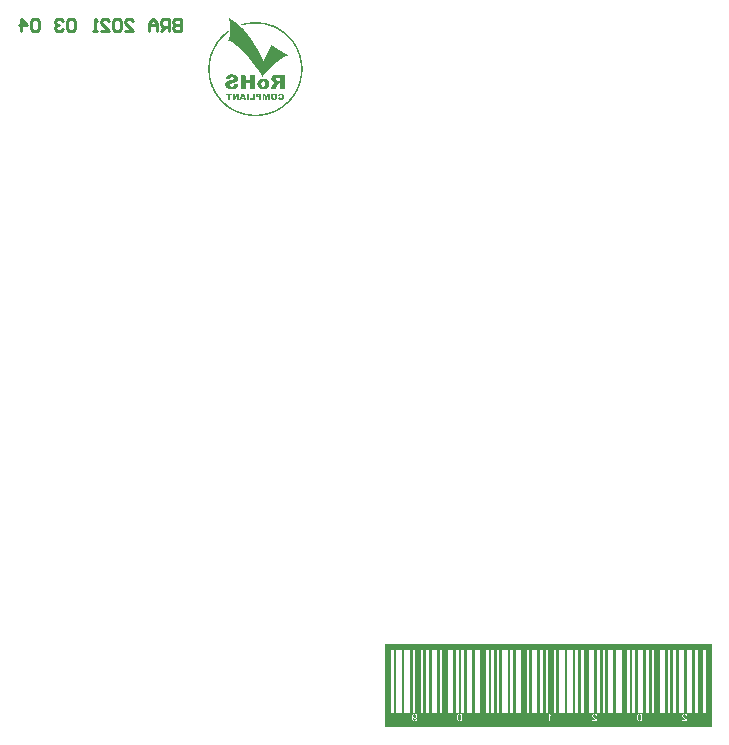
<source format=gbo>
G04*
G04 #@! TF.GenerationSoftware,Altium Limited,Altium Designer,21.0.8 (223)*
G04*
G04 Layer_Color=32896*
%FSLAX24Y24*%
%MOIN*%
G70*
G04*
G04 #@! TF.SameCoordinates,97F8029C-931E-460D-85B7-1C51AEB28454*
G04*
G04*
G04 #@! TF.FilePolarity,Positive*
G04*
G01*
G75*
%ADD11C,0.0100*%
G36*
X11225Y34723D02*
X11242D01*
Y34715D01*
X11259D01*
Y34706D01*
X11267D01*
Y34698D01*
X11284D01*
Y34689D01*
X11301D01*
Y34681D01*
X11309D01*
Y34672D01*
X11326D01*
Y34664D01*
X11335D01*
Y34655D01*
X11352D01*
Y34647D01*
X11360D01*
Y34639D01*
X11377D01*
Y34630D01*
X11386D01*
Y34622D01*
X11403D01*
Y34613D01*
X11411D01*
Y34605D01*
X11420D01*
Y34596D01*
X11428D01*
Y34588D01*
X11445D01*
Y34579D01*
X11453D01*
Y34571D01*
X11462D01*
Y34562D01*
X11470D01*
Y34554D01*
X11479D01*
Y34545D01*
X11496D01*
Y34537D01*
X11504D01*
Y34528D01*
X11513D01*
Y34520D01*
X11521D01*
Y34511D01*
X11530D01*
Y34503D01*
X11538D01*
Y34494D01*
X11547D01*
Y34486D01*
X11564D01*
Y34478D01*
X11572D01*
Y34469D01*
X11581D01*
Y34461D01*
X11589D01*
Y34452D01*
X11598D01*
Y34444D01*
X11606D01*
Y34435D01*
X11615D01*
Y34427D01*
X11623D01*
Y34418D01*
X11631D01*
Y34410D01*
X11640D01*
Y34401D01*
X11648D01*
Y34393D01*
X11657D01*
Y34384D01*
X11665D01*
Y34376D01*
X11674D01*
Y34367D01*
X11682D01*
Y34359D01*
X11691D01*
Y34350D01*
Y34342D01*
X11699D01*
Y34333D01*
X11708D01*
Y34325D01*
X11716D01*
Y34316D01*
X11725D01*
Y34308D01*
X11733D01*
Y34300D01*
X11742D01*
Y34291D01*
X11750D01*
Y34283D01*
X11759D01*
Y34274D01*
Y34266D01*
X11767D01*
Y34257D01*
X11776D01*
Y34249D01*
X11784D01*
Y34240D01*
X11793D01*
Y34232D01*
Y34223D01*
X11801D01*
Y34215D01*
X11809D01*
Y34206D01*
X11818D01*
Y34198D01*
X11826D01*
Y34189D01*
X11835D01*
Y34181D01*
Y34172D01*
X11843D01*
Y34164D01*
X11852D01*
Y34155D01*
X11860D01*
Y34147D01*
Y34139D01*
X11869D01*
Y34130D01*
X11877D01*
Y34122D01*
X11886D01*
Y34113D01*
Y34105D01*
X11894D01*
Y34096D01*
X11903D01*
Y34088D01*
Y34079D01*
X11911D01*
Y34071D01*
X11920D01*
Y34062D01*
X11928D01*
Y34054D01*
Y34045D01*
X11937D01*
Y34037D01*
X11945D01*
Y34028D01*
Y34020D01*
X11954D01*
Y34011D01*
X11962D01*
Y34003D01*
X11970D01*
Y33994D01*
Y33986D01*
X11979D01*
Y33977D01*
X11987D01*
Y33969D01*
Y33961D01*
X11996D01*
Y33952D01*
X12004D01*
Y33944D01*
Y33935D01*
X12013D01*
Y33927D01*
X12021D01*
Y33918D01*
Y33910D01*
X12030D01*
Y33901D01*
X12038D01*
Y33893D01*
Y33884D01*
X12047D01*
Y33876D01*
Y33867D01*
X12055D01*
Y33859D01*
Y33850D01*
X12064D01*
Y33842D01*
X12072D01*
Y33833D01*
X12081D01*
Y33825D01*
Y33816D01*
X12089D01*
Y33808D01*
Y33800D01*
X12098D01*
Y33791D01*
Y33783D01*
X12106D01*
Y33774D01*
X12115D01*
Y33766D01*
Y33757D01*
X12123D01*
Y33749D01*
Y33740D01*
X12132D01*
Y33732D01*
Y33723D01*
X12140D01*
Y33715D01*
X12148D01*
Y33706D01*
Y33698D01*
X12157D01*
Y33689D01*
Y33681D01*
X12165D01*
Y33672D01*
Y33664D01*
X12174D01*
Y33655D01*
X12182D01*
Y33647D01*
Y33639D01*
X12191D01*
Y33630D01*
Y33622D01*
X12199D01*
Y33613D01*
Y33605D01*
X12208D01*
Y33596D01*
Y33588D01*
X12216D01*
Y33579D01*
Y33571D01*
X12225D01*
Y33562D01*
Y33554D01*
X12233D01*
Y33545D01*
Y33537D01*
X12242D01*
Y33528D01*
X12250D01*
Y33520D01*
Y33511D01*
X12259D01*
Y33503D01*
Y33494D01*
X12267D01*
Y33486D01*
Y33477D01*
X12276D01*
Y33469D01*
Y33461D01*
Y33452D01*
X12284D01*
Y33444D01*
X12293D01*
Y33435D01*
Y33427D01*
Y33418D01*
X12301D01*
Y33410D01*
Y33401D01*
X12309D01*
Y33393D01*
Y33384D01*
X12318D01*
Y33376D01*
Y33367D01*
X12326D01*
Y33359D01*
Y33350D01*
Y33342D01*
X12335D01*
Y33333D01*
X12343D01*
Y33325D01*
Y33316D01*
X12360D01*
Y33325D01*
Y33333D01*
X12369D01*
Y33342D01*
Y33350D01*
X12377D01*
Y33359D01*
Y33367D01*
X12386D01*
Y33376D01*
Y33384D01*
X12394D01*
Y33393D01*
Y33401D01*
X12403D01*
Y33410D01*
X12411D01*
Y33418D01*
Y33427D01*
Y33435D01*
X12420D01*
Y33444D01*
Y33452D01*
X12428D01*
Y33461D01*
X12437D01*
Y33469D01*
Y33477D01*
X12445D01*
Y33486D01*
Y33494D01*
X12454D01*
Y33503D01*
Y33511D01*
X12462D01*
Y33520D01*
Y33528D01*
X12471D01*
Y33537D01*
Y33545D01*
X12479D01*
Y33554D01*
Y33562D01*
X12487D01*
Y33571D01*
Y33579D01*
X12496D01*
Y33588D01*
Y33596D01*
X12504D01*
Y33605D01*
Y33613D01*
X12513D01*
Y33622D01*
Y33630D01*
X12521D01*
Y33639D01*
Y33647D01*
X12530D01*
Y33655D01*
Y33664D01*
X12538D01*
Y33672D01*
Y33681D01*
X12547D01*
Y33689D01*
Y33698D01*
X12555D01*
Y33706D01*
X12564D01*
Y33715D01*
Y33723D01*
X12572D01*
Y33732D01*
Y33740D01*
X12581D01*
Y33749D01*
Y33757D01*
X12589D01*
Y33766D01*
Y33774D01*
X12598D01*
Y33783D01*
Y33791D01*
X12606D01*
Y33800D01*
Y33808D01*
X12615D01*
Y33816D01*
Y33825D01*
X12623D01*
Y33833D01*
X12632D01*
Y33825D01*
X12640D01*
Y33816D01*
X12657D01*
Y33808D01*
X12674D01*
Y33800D01*
X12691D01*
Y33791D01*
X12699D01*
Y33783D01*
X12716D01*
Y33774D01*
X12733D01*
Y33766D01*
X12742D01*
Y33757D01*
X12759D01*
Y33749D01*
X12767D01*
Y33740D01*
X12784D01*
Y33732D01*
X12801D01*
Y33723D01*
X12809D01*
Y33715D01*
X12826D01*
Y33706D01*
X12843D01*
Y33698D01*
X12852D01*
Y33689D01*
X12869D01*
Y33681D01*
X12886D01*
Y33672D01*
X12903D01*
Y33664D01*
X12911D01*
Y33655D01*
X12928D01*
Y33647D01*
X12937D01*
Y33639D01*
X12954D01*
Y33630D01*
X12971D01*
Y33622D01*
X12979D01*
Y33613D01*
X12996D01*
Y33605D01*
X13013D01*
Y33596D01*
X13021D01*
Y33588D01*
X13038D01*
Y33579D01*
X13047D01*
Y33571D01*
X13064D01*
Y33562D01*
X13081D01*
Y33554D01*
X13098D01*
Y33545D01*
X13106D01*
Y33537D01*
X13123D01*
Y33528D01*
X13132D01*
Y33520D01*
X13148D01*
Y33511D01*
X13165D01*
Y33503D01*
X13174D01*
Y33494D01*
X13165D01*
Y33486D01*
X13148D01*
Y33477D01*
X13123D01*
Y33469D01*
X13098D01*
Y33461D01*
X13081D01*
Y33452D01*
X13072D01*
Y33444D01*
X13047D01*
Y33435D01*
X13038D01*
Y33427D01*
X13021D01*
Y33418D01*
X13004D01*
Y33410D01*
X12996D01*
Y33401D01*
X12979D01*
Y33393D01*
X12962D01*
Y33384D01*
X12954D01*
Y33376D01*
X12937D01*
Y33367D01*
X12928D01*
Y33359D01*
X12920D01*
Y33350D01*
X12903D01*
Y33342D01*
X12894D01*
Y33333D01*
X12877D01*
Y33325D01*
X12869D01*
Y33316D01*
X12860D01*
Y33308D01*
X12843D01*
Y33300D01*
X12835D01*
Y33291D01*
X12826D01*
Y33283D01*
X12809D01*
Y33274D01*
X12801D01*
Y33266D01*
X12784D01*
Y33257D01*
X12776D01*
Y33249D01*
X12767D01*
Y33240D01*
X12759D01*
Y33232D01*
X12750D01*
Y33223D01*
X12742D01*
Y33215D01*
X12725D01*
Y33206D01*
X12716D01*
Y33198D01*
X12708D01*
Y33189D01*
X12699D01*
Y33181D01*
X12691D01*
Y33172D01*
X12682D01*
Y33164D01*
X12665D01*
Y33155D01*
X12657D01*
Y33147D01*
X12648D01*
Y33138D01*
X12640D01*
Y33130D01*
X12632D01*
Y33122D01*
X12623D01*
Y33113D01*
X12615D01*
Y33105D01*
X12606D01*
Y33096D01*
X12598D01*
Y33088D01*
X12589D01*
Y33079D01*
X12581D01*
Y33071D01*
X12572D01*
Y33062D01*
X12564D01*
Y33054D01*
X12555D01*
Y33045D01*
X12547D01*
Y33037D01*
X12538D01*
Y33028D01*
X12530D01*
Y33020D01*
X12521D01*
Y33011D01*
X12513D01*
Y33003D01*
X12504D01*
Y32994D01*
X12496D01*
Y32986D01*
X12487D01*
Y32977D01*
X12479D01*
Y32969D01*
X12471D01*
Y32961D01*
X12462D01*
Y32952D01*
X12454D01*
Y32944D01*
X12445D01*
Y32935D01*
X12437D01*
Y32927D01*
Y32918D01*
X12428D01*
Y32910D01*
X12420D01*
Y32901D01*
X12411D01*
Y32893D01*
X12403D01*
Y32884D01*
X12394D01*
Y32876D01*
X12386D01*
Y32867D01*
X12377D01*
Y32859D01*
Y32850D01*
X12369D01*
Y32842D01*
X12360D01*
Y32833D01*
X12352D01*
Y32825D01*
X12343D01*
Y32816D01*
X12335D01*
Y32808D01*
X12326D01*
Y32799D01*
Y32791D01*
X12309D01*
Y32799D01*
Y32808D01*
X12301D01*
Y32816D01*
X12293D01*
Y32825D01*
Y32833D01*
X12284D01*
Y32842D01*
Y32850D01*
X12276D01*
Y32859D01*
Y32867D01*
X12267D01*
Y32876D01*
X12259D01*
Y32884D01*
Y32893D01*
X12250D01*
Y32901D01*
X12242D01*
Y32910D01*
Y32918D01*
X12233D01*
Y32927D01*
Y32935D01*
X12225D01*
Y32944D01*
X12216D01*
Y32952D01*
Y32961D01*
X12208D01*
Y32969D01*
X12199D01*
Y32977D01*
Y32986D01*
X12191D01*
Y32994D01*
X12182D01*
Y33003D01*
X12174D01*
Y33011D01*
Y33020D01*
X12165D01*
Y33028D01*
Y33037D01*
X12157D01*
Y33045D01*
X12148D01*
Y33054D01*
X12140D01*
Y33062D01*
Y33071D01*
X12132D01*
Y33079D01*
X12123D01*
Y33088D01*
X12115D01*
Y33096D01*
Y33105D01*
X12106D01*
Y33113D01*
X12098D01*
Y33122D01*
X12089D01*
Y33130D01*
Y33138D01*
X12081D01*
Y33147D01*
X12072D01*
Y33155D01*
Y33164D01*
X12064D01*
Y33172D01*
X12055D01*
Y33181D01*
X12047D01*
Y33189D01*
Y33198D01*
X12038D01*
Y33206D01*
X12030D01*
Y33215D01*
X12021D01*
Y33223D01*
X12013D01*
Y33232D01*
Y33240D01*
X12004D01*
Y33249D01*
X11996D01*
Y33257D01*
X11987D01*
Y33266D01*
X11979D01*
Y33274D01*
Y33283D01*
X11970D01*
Y33291D01*
X11962D01*
Y33300D01*
X11954D01*
Y33308D01*
X11945D01*
Y33316D01*
Y33325D01*
X11937D01*
Y33333D01*
X11928D01*
Y33342D01*
X11920D01*
Y33350D01*
X11911D01*
Y33359D01*
X11903D01*
Y33367D01*
Y33376D01*
X11894D01*
Y33384D01*
X11886D01*
Y33393D01*
X11877D01*
Y33401D01*
X11869D01*
Y33410D01*
X11860D01*
Y33418D01*
Y33427D01*
X11843D01*
Y33435D01*
Y33444D01*
X11835D01*
Y33452D01*
X11826D01*
Y33461D01*
X11818D01*
Y33469D01*
X11809D01*
Y33477D01*
X11801D01*
Y33486D01*
Y33494D01*
X11793D01*
Y33503D01*
X11784D01*
Y33511D01*
X11776D01*
Y33520D01*
X11767D01*
Y33528D01*
X11759D01*
Y33537D01*
X11750D01*
Y33545D01*
X11742D01*
Y33554D01*
X11733D01*
Y33562D01*
X11725D01*
Y33571D01*
X11716D01*
Y33579D01*
Y33588D01*
X11708D01*
Y33596D01*
X11699D01*
Y33605D01*
X11691D01*
Y33613D01*
X11682D01*
Y33622D01*
X11674D01*
Y33630D01*
X11665D01*
Y33639D01*
X11657D01*
Y33647D01*
X11648D01*
Y33655D01*
X11640D01*
Y33664D01*
X11631D01*
Y33672D01*
X11623D01*
Y33681D01*
X11615D01*
Y33689D01*
X11606D01*
Y33698D01*
X11598D01*
Y33706D01*
X11589D01*
Y33715D01*
X11581D01*
Y33723D01*
X11564D01*
Y33732D01*
X11555D01*
Y33740D01*
X11547D01*
Y33749D01*
X11538D01*
Y33757D01*
X11530D01*
Y33766D01*
X11521D01*
Y33774D01*
X11513D01*
Y33783D01*
X11504D01*
Y33791D01*
X11496D01*
Y33800D01*
X11479D01*
Y33808D01*
X11470D01*
Y33816D01*
X11462D01*
Y33825D01*
X11453D01*
Y33833D01*
X11445D01*
Y33842D01*
X11428D01*
Y33850D01*
X11420D01*
Y33859D01*
X11411D01*
Y33867D01*
X11394D01*
Y33876D01*
X11386D01*
Y33884D01*
X11377D01*
Y33893D01*
X11369D01*
Y33901D01*
X11352D01*
Y33910D01*
X11343D01*
Y33918D01*
X11326D01*
Y33927D01*
X11318D01*
Y33935D01*
X11301D01*
Y33944D01*
X11284D01*
Y33952D01*
X11267D01*
Y33961D01*
X11250D01*
Y33969D01*
X11233D01*
Y33977D01*
X11216D01*
Y33986D01*
X11182D01*
Y33994D01*
Y34003D01*
Y34011D01*
X11191D01*
Y34020D01*
Y34028D01*
X11199D01*
Y34037D01*
Y34045D01*
Y34054D01*
X11208D01*
Y34062D01*
Y34071D01*
Y34079D01*
Y34088D01*
X11216D01*
Y34096D01*
Y34105D01*
Y34113D01*
Y34122D01*
X11225D01*
Y34130D01*
Y34139D01*
Y34147D01*
Y34155D01*
X11233D01*
Y34164D01*
Y34172D01*
Y34181D01*
Y34189D01*
Y34198D01*
Y34206D01*
Y34215D01*
X11242D01*
Y34223D01*
Y34232D01*
Y34240D01*
Y34249D01*
Y34257D01*
Y34266D01*
Y34274D01*
Y34283D01*
Y34291D01*
Y34300D01*
Y34308D01*
Y34316D01*
Y34325D01*
Y34333D01*
Y34342D01*
Y34350D01*
Y34359D01*
Y34367D01*
Y34376D01*
Y34384D01*
Y34393D01*
Y34401D01*
Y34410D01*
Y34418D01*
Y34427D01*
Y34435D01*
Y34444D01*
Y34452D01*
Y34461D01*
Y34469D01*
Y34478D01*
X11233D01*
Y34486D01*
Y34494D01*
Y34503D01*
Y34511D01*
Y34520D01*
Y34528D01*
Y34537D01*
Y34545D01*
X11225D01*
Y34554D01*
Y34562D01*
Y34571D01*
Y34579D01*
Y34588D01*
Y34596D01*
Y34605D01*
Y34613D01*
Y34622D01*
Y34630D01*
Y34639D01*
X11216D01*
Y34647D01*
Y34655D01*
Y34664D01*
Y34672D01*
Y34681D01*
Y34689D01*
Y34698D01*
Y34706D01*
Y34715D01*
Y34723D01*
Y34732D01*
X11225D01*
Y34723D01*
D02*
G37*
G36*
X12072Y32842D02*
Y32833D01*
Y32825D01*
Y32816D01*
Y32808D01*
Y32799D01*
Y32791D01*
Y32783D01*
Y32774D01*
Y32766D01*
Y32757D01*
Y32749D01*
Y32740D01*
Y32732D01*
Y32723D01*
Y32715D01*
Y32706D01*
Y32698D01*
Y32689D01*
Y32681D01*
Y32672D01*
Y32664D01*
Y32655D01*
Y32647D01*
Y32638D01*
Y32630D01*
Y32622D01*
Y32613D01*
Y32605D01*
Y32596D01*
Y32588D01*
Y32579D01*
Y32571D01*
Y32562D01*
Y32554D01*
Y32545D01*
Y32537D01*
Y32528D01*
Y32520D01*
Y32511D01*
Y32503D01*
Y32494D01*
Y32486D01*
Y32477D01*
Y32469D01*
Y32460D01*
Y32452D01*
Y32444D01*
Y32435D01*
Y32427D01*
Y32418D01*
Y32410D01*
Y32401D01*
Y32393D01*
Y32384D01*
Y32376D01*
Y32367D01*
X11920D01*
Y32376D01*
Y32384D01*
Y32393D01*
Y32401D01*
Y32410D01*
Y32418D01*
Y32427D01*
Y32435D01*
Y32444D01*
Y32452D01*
Y32460D01*
Y32469D01*
Y32477D01*
Y32486D01*
Y32494D01*
Y32503D01*
Y32511D01*
Y32520D01*
Y32528D01*
Y32537D01*
Y32545D01*
Y32554D01*
Y32562D01*
X11759D01*
Y32554D01*
Y32545D01*
Y32537D01*
Y32528D01*
Y32520D01*
Y32511D01*
Y32503D01*
Y32494D01*
Y32486D01*
Y32477D01*
Y32469D01*
Y32460D01*
Y32452D01*
Y32444D01*
Y32435D01*
Y32427D01*
Y32418D01*
Y32410D01*
Y32401D01*
Y32393D01*
Y32384D01*
Y32376D01*
Y32367D01*
X11606D01*
Y32376D01*
Y32384D01*
Y32393D01*
Y32401D01*
Y32410D01*
Y32418D01*
Y32427D01*
Y32435D01*
Y32444D01*
Y32452D01*
Y32460D01*
Y32469D01*
Y32477D01*
Y32486D01*
Y32494D01*
Y32503D01*
Y32511D01*
Y32520D01*
Y32528D01*
Y32537D01*
Y32545D01*
Y32554D01*
Y32562D01*
Y32571D01*
Y32579D01*
Y32588D01*
Y32596D01*
Y32605D01*
Y32613D01*
Y32622D01*
Y32630D01*
Y32638D01*
Y32647D01*
Y32655D01*
Y32664D01*
Y32672D01*
Y32681D01*
Y32689D01*
Y32698D01*
Y32706D01*
Y32715D01*
Y32723D01*
Y32732D01*
Y32740D01*
Y32749D01*
Y32757D01*
Y32766D01*
Y32774D01*
Y32783D01*
Y32791D01*
Y32799D01*
Y32808D01*
Y32816D01*
Y32825D01*
Y32833D01*
Y32842D01*
Y32850D01*
X11750D01*
Y32842D01*
X11759D01*
Y32833D01*
X11750D01*
Y32825D01*
X11759D01*
Y32816D01*
Y32808D01*
Y32799D01*
Y32791D01*
Y32783D01*
Y32774D01*
Y32766D01*
Y32757D01*
Y32749D01*
Y32740D01*
Y32732D01*
Y32723D01*
Y32715D01*
Y32706D01*
Y32698D01*
Y32689D01*
Y32681D01*
X11920D01*
Y32689D01*
Y32698D01*
Y32706D01*
Y32715D01*
Y32723D01*
Y32732D01*
Y32740D01*
Y32749D01*
Y32757D01*
Y32766D01*
Y32774D01*
Y32783D01*
Y32791D01*
Y32799D01*
Y32808D01*
Y32816D01*
Y32825D01*
Y32833D01*
Y32842D01*
Y32850D01*
X12072D01*
Y32842D01*
D02*
G37*
G36*
X13064D02*
Y32833D01*
Y32825D01*
Y32816D01*
Y32808D01*
Y32799D01*
Y32791D01*
Y32783D01*
Y32774D01*
Y32766D01*
Y32757D01*
Y32749D01*
Y32740D01*
Y32732D01*
Y32723D01*
Y32715D01*
Y32706D01*
Y32698D01*
Y32689D01*
Y32681D01*
Y32672D01*
Y32664D01*
Y32655D01*
Y32647D01*
Y32638D01*
Y32630D01*
Y32622D01*
Y32613D01*
Y32605D01*
Y32596D01*
Y32588D01*
Y32579D01*
Y32571D01*
Y32562D01*
Y32554D01*
Y32545D01*
Y32537D01*
Y32528D01*
Y32520D01*
Y32511D01*
Y32503D01*
Y32494D01*
Y32486D01*
Y32477D01*
Y32469D01*
Y32460D01*
Y32452D01*
Y32444D01*
Y32435D01*
Y32427D01*
Y32418D01*
Y32410D01*
Y32401D01*
Y32393D01*
Y32384D01*
Y32376D01*
Y32367D01*
X12911D01*
Y32376D01*
Y32384D01*
Y32393D01*
Y32401D01*
Y32410D01*
Y32418D01*
Y32427D01*
Y32435D01*
Y32444D01*
Y32452D01*
Y32460D01*
Y32469D01*
Y32477D01*
Y32486D01*
Y32494D01*
Y32503D01*
Y32511D01*
Y32520D01*
Y32528D01*
Y32537D01*
Y32545D01*
Y32554D01*
Y32562D01*
X12877D01*
Y32554D01*
X12860D01*
Y32545D01*
X12852D01*
Y32537D01*
X12843D01*
Y32528D01*
Y32520D01*
X12835D01*
Y32511D01*
Y32503D01*
X12826D01*
Y32494D01*
X12818D01*
Y32486D01*
Y32477D01*
X12809D01*
Y32469D01*
Y32460D01*
X12801D01*
Y32452D01*
Y32444D01*
X12793D01*
Y32435D01*
Y32427D01*
X12784D01*
Y32418D01*
Y32410D01*
X12776D01*
Y32401D01*
X12767D01*
Y32393D01*
Y32384D01*
X12759D01*
Y32376D01*
Y32367D01*
X12589D01*
Y32376D01*
Y32384D01*
X12598D01*
Y32393D01*
Y32401D01*
X12606D01*
Y32410D01*
Y32418D01*
X12615D01*
Y32427D01*
X12623D01*
Y32435D01*
Y32444D01*
X12632D01*
Y32452D01*
Y32460D01*
X12640D01*
Y32469D01*
Y32477D01*
X12648D01*
Y32486D01*
Y32494D01*
X12657D01*
Y32503D01*
Y32511D01*
X12665D01*
Y32520D01*
X12674D01*
Y32528D01*
Y32537D01*
X12682D01*
Y32545D01*
X12691D01*
Y32554D01*
X12699D01*
Y32562D01*
X12716D01*
Y32571D01*
X12725D01*
Y32579D01*
Y32588D01*
X12699D01*
Y32596D01*
X12682D01*
Y32605D01*
X12674D01*
Y32613D01*
X12665D01*
Y32622D01*
X12657D01*
Y32630D01*
X12648D01*
Y32638D01*
X12640D01*
Y32647D01*
Y32655D01*
X12632D01*
Y32664D01*
Y32672D01*
X12623D01*
Y32681D01*
Y32689D01*
Y32698D01*
Y32706D01*
Y32715D01*
Y32723D01*
Y32732D01*
Y32740D01*
Y32749D01*
Y32757D01*
X12632D01*
Y32766D01*
Y32774D01*
X12640D01*
Y32783D01*
Y32791D01*
X12648D01*
Y32799D01*
X12657D01*
Y32808D01*
Y32816D01*
X12674D01*
Y32825D01*
X12682D01*
Y32833D01*
X12699D01*
Y32842D01*
X12742D01*
Y32850D01*
X13064D01*
Y32842D01*
D02*
G37*
G36*
X12403Y32715D02*
X12437D01*
Y32706D01*
X12462D01*
Y32698D01*
X12471D01*
Y32689D01*
X12487D01*
Y32681D01*
X12496D01*
Y32672D01*
X12504D01*
Y32664D01*
X12513D01*
Y32655D01*
X12521D01*
Y32647D01*
X12530D01*
Y32638D01*
Y32630D01*
X12538D01*
Y32622D01*
Y32613D01*
X12547D01*
Y32605D01*
Y32596D01*
Y32588D01*
X12555D01*
Y32579D01*
Y32571D01*
Y32562D01*
Y32554D01*
Y32545D01*
Y32537D01*
Y32528D01*
Y32520D01*
Y32511D01*
Y32503D01*
Y32494D01*
X12547D01*
Y32486D01*
Y32477D01*
Y32469D01*
X12538D01*
Y32460D01*
Y32452D01*
Y32444D01*
X12530D01*
Y32435D01*
X12521D01*
Y32427D01*
X12513D01*
Y32418D01*
X12504D01*
Y32410D01*
X12496D01*
Y32401D01*
X12487D01*
Y32393D01*
X12479D01*
Y32384D01*
X12462D01*
Y32376D01*
X12445D01*
Y32367D01*
X12411D01*
Y32359D01*
X12293D01*
Y32367D01*
X12267D01*
Y32376D01*
X12250D01*
Y32384D01*
X12233D01*
Y32393D01*
X12216D01*
Y32401D01*
X12208D01*
Y32410D01*
X12199D01*
Y32418D01*
X12191D01*
Y32427D01*
X12182D01*
Y32435D01*
Y32444D01*
X12174D01*
Y32452D01*
X12165D01*
Y32460D01*
Y32469D01*
X12157D01*
Y32477D01*
Y32486D01*
Y32494D01*
Y32503D01*
X12148D01*
Y32511D01*
Y32520D01*
Y32528D01*
Y32537D01*
Y32545D01*
Y32554D01*
Y32562D01*
Y32571D01*
X12157D01*
Y32579D01*
Y32588D01*
Y32596D01*
Y32605D01*
X12165D01*
Y32613D01*
Y32622D01*
Y32630D01*
X12174D01*
Y32638D01*
X12182D01*
Y32647D01*
Y32655D01*
X12191D01*
Y32664D01*
X12199D01*
Y32672D01*
X12208D01*
Y32681D01*
X12216D01*
Y32689D01*
X12233D01*
Y32698D01*
X12242D01*
Y32706D01*
X12267D01*
Y32715D01*
X12301D01*
Y32723D01*
X12403D01*
Y32715D01*
D02*
G37*
G36*
X11352Y32850D02*
X11403D01*
Y32842D01*
X11428D01*
Y32833D01*
X11445D01*
Y32825D01*
X11453D01*
Y32816D01*
X11470D01*
Y32808D01*
X11479D01*
Y32799D01*
X11487D01*
Y32791D01*
Y32783D01*
X11496D01*
Y32774D01*
Y32766D01*
X11504D01*
Y32757D01*
Y32749D01*
Y32740D01*
Y32732D01*
X11513D01*
Y32723D01*
Y32715D01*
Y32706D01*
Y32698D01*
X11504D01*
Y32689D01*
Y32681D01*
Y32672D01*
Y32664D01*
X11496D01*
Y32655D01*
Y32647D01*
X11487D01*
Y32638D01*
X11479D01*
Y32630D01*
X11470D01*
Y32622D01*
X11462D01*
Y32613D01*
X11445D01*
Y32605D01*
X11437D01*
Y32596D01*
X11411D01*
Y32588D01*
X11394D01*
Y32579D01*
X11369D01*
Y32571D01*
X11335D01*
Y32562D01*
X11301D01*
Y32554D01*
X11276D01*
Y32545D01*
X11259D01*
Y32537D01*
X11242D01*
Y32528D01*
Y32520D01*
X11233D01*
Y32511D01*
Y32503D01*
Y32494D01*
Y32486D01*
Y32477D01*
X11242D01*
Y32469D01*
X11250D01*
Y32460D01*
X11267D01*
Y32452D01*
X11335D01*
Y32460D01*
X11352D01*
Y32469D01*
X11360D01*
Y32477D01*
X11369D01*
Y32486D01*
X11377D01*
Y32494D01*
Y32503D01*
X11386D01*
Y32511D01*
Y32520D01*
Y32528D01*
X11521D01*
Y32520D01*
X11530D01*
Y32511D01*
Y32503D01*
Y32494D01*
X11521D01*
Y32486D01*
Y32477D01*
Y32469D01*
Y32460D01*
X11513D01*
Y32452D01*
X11504D01*
Y32444D01*
Y32435D01*
X11496D01*
Y32427D01*
X11487D01*
Y32418D01*
Y32410D01*
X11479D01*
Y32401D01*
X11470D01*
Y32393D01*
X11453D01*
Y32384D01*
X11437D01*
Y32376D01*
X11420D01*
Y32367D01*
X11386D01*
Y32359D01*
X11233D01*
Y32367D01*
X11199D01*
Y32376D01*
X11182D01*
Y32384D01*
X11165D01*
Y32393D01*
X11148D01*
Y32401D01*
X11140D01*
Y32410D01*
X11131D01*
Y32418D01*
X11123D01*
Y32427D01*
X11114D01*
Y32435D01*
Y32444D01*
X11106D01*
Y32452D01*
Y32460D01*
X11098D01*
Y32469D01*
Y32477D01*
X11089D01*
Y32486D01*
Y32494D01*
Y32503D01*
Y32511D01*
Y32520D01*
Y32528D01*
Y32537D01*
Y32545D01*
Y32554D01*
Y32562D01*
X11098D01*
Y32571D01*
Y32579D01*
Y32588D01*
X11106D01*
Y32596D01*
X11114D01*
Y32605D01*
Y32613D01*
X11123D01*
Y32622D01*
X11131D01*
Y32630D01*
X11148D01*
Y32638D01*
X11157D01*
Y32647D01*
X11174D01*
Y32655D01*
X11199D01*
Y32664D01*
X11225D01*
Y32672D01*
X11259D01*
Y32681D01*
X11284D01*
Y32689D01*
X11326D01*
Y32698D01*
X11352D01*
Y32706D01*
X11360D01*
Y32715D01*
X11369D01*
Y32723D01*
X11377D01*
Y32732D01*
Y32740D01*
X11369D01*
Y32749D01*
X11360D01*
Y32757D01*
X11352D01*
Y32766D01*
X11335D01*
Y32774D01*
X11309D01*
Y32766D01*
X11284D01*
Y32757D01*
X11267D01*
Y32749D01*
X11259D01*
Y32740D01*
X11250D01*
Y32732D01*
Y32723D01*
Y32715D01*
X11242D01*
Y32706D01*
X11182D01*
Y32715D01*
X11106D01*
Y32723D01*
Y32732D01*
Y32740D01*
Y32749D01*
X11114D01*
Y32757D01*
Y32766D01*
X11123D01*
Y32774D01*
Y32783D01*
X11131D01*
Y32791D01*
Y32799D01*
X11140D01*
Y32808D01*
X11148D01*
Y32816D01*
X11157D01*
Y32825D01*
X11174D01*
Y32833D01*
X11191D01*
Y32842D01*
X11216D01*
Y32850D01*
X11250D01*
Y32859D01*
X11352D01*
Y32850D01*
D02*
G37*
G36*
X12064Y32215D02*
X12072D01*
Y32206D01*
Y32198D01*
Y32189D01*
Y32181D01*
Y32172D01*
Y32164D01*
Y32155D01*
Y32147D01*
Y32138D01*
Y32130D01*
Y32121D01*
Y32113D01*
Y32105D01*
Y32096D01*
Y32088D01*
Y32079D01*
Y32071D01*
Y32062D01*
Y32054D01*
Y32045D01*
Y32037D01*
Y32028D01*
Y32020D01*
Y32011D01*
X11911D01*
Y32020D01*
X11903D01*
Y32028D01*
X11911D01*
Y32037D01*
Y32045D01*
Y32054D01*
Y32062D01*
X12004D01*
Y32071D01*
X12013D01*
Y32079D01*
Y32088D01*
Y32096D01*
Y32105D01*
Y32113D01*
Y32121D01*
Y32130D01*
Y32138D01*
Y32147D01*
Y32155D01*
Y32164D01*
Y32172D01*
Y32181D01*
Y32189D01*
Y32198D01*
Y32206D01*
Y32215D01*
Y32223D01*
X12021D01*
Y32215D01*
X12030D01*
Y32223D01*
X12047D01*
Y32215D01*
X12055D01*
Y32223D01*
X12064D01*
Y32215D01*
D02*
G37*
G36*
X11869D02*
Y32206D01*
Y32198D01*
Y32189D01*
Y32181D01*
Y32172D01*
Y32164D01*
Y32155D01*
Y32147D01*
Y32138D01*
Y32130D01*
Y32121D01*
Y32113D01*
Y32105D01*
Y32096D01*
Y32088D01*
Y32079D01*
Y32071D01*
Y32062D01*
Y32054D01*
Y32045D01*
X11877D01*
Y32037D01*
X11869D01*
Y32028D01*
Y32020D01*
Y32011D01*
X11809D01*
Y32020D01*
Y32028D01*
Y32037D01*
Y32045D01*
Y32054D01*
Y32062D01*
Y32071D01*
Y32079D01*
Y32088D01*
Y32096D01*
Y32105D01*
Y32113D01*
Y32121D01*
Y32130D01*
Y32138D01*
Y32147D01*
Y32155D01*
Y32164D01*
Y32172D01*
Y32181D01*
Y32189D01*
Y32198D01*
Y32206D01*
Y32215D01*
X11818D01*
Y32223D01*
X11826D01*
Y32215D01*
X11835D01*
Y32223D01*
X11869D01*
Y32215D01*
D02*
G37*
G36*
X11521D02*
X11530D01*
Y32206D01*
Y32198D01*
Y32189D01*
Y32181D01*
Y32172D01*
Y32164D01*
Y32155D01*
Y32147D01*
Y32138D01*
Y32130D01*
Y32121D01*
Y32113D01*
Y32105D01*
Y32096D01*
Y32088D01*
Y32079D01*
Y32071D01*
Y32062D01*
Y32054D01*
Y32045D01*
Y32037D01*
Y32028D01*
Y32020D01*
Y32011D01*
X11470D01*
Y32020D01*
Y32028D01*
Y32037D01*
Y32045D01*
Y32054D01*
Y32062D01*
Y32071D01*
Y32079D01*
Y32088D01*
Y32096D01*
Y32105D01*
Y32113D01*
X11462D01*
Y32105D01*
X11453D01*
Y32096D01*
X11445D01*
Y32088D01*
Y32079D01*
X11437D01*
Y32071D01*
X11428D01*
Y32062D01*
Y32054D01*
X11420D01*
Y32045D01*
X11411D01*
Y32037D01*
Y32028D01*
X11403D01*
Y32020D01*
X11394D01*
Y32011D01*
X11335D01*
Y32020D01*
Y32028D01*
Y32037D01*
Y32045D01*
Y32054D01*
Y32062D01*
Y32071D01*
Y32079D01*
Y32088D01*
Y32096D01*
Y32105D01*
Y32113D01*
Y32121D01*
Y32130D01*
Y32138D01*
Y32147D01*
Y32155D01*
Y32164D01*
Y32172D01*
Y32181D01*
Y32189D01*
Y32198D01*
Y32206D01*
Y32215D01*
Y32223D01*
X11343D01*
Y32215D01*
X11352D01*
Y32223D01*
X11386D01*
Y32215D01*
X11394D01*
Y32206D01*
Y32198D01*
Y32189D01*
Y32181D01*
Y32172D01*
Y32164D01*
Y32155D01*
Y32147D01*
Y32138D01*
Y32130D01*
Y32121D01*
Y32113D01*
X11403D01*
Y32121D01*
X11411D01*
Y32130D01*
Y32138D01*
X11420D01*
Y32147D01*
X11428D01*
Y32155D01*
X11437D01*
Y32164D01*
Y32172D01*
X11445D01*
Y32181D01*
X11453D01*
Y32189D01*
Y32198D01*
X11462D01*
Y32206D01*
X11470D01*
Y32215D01*
X11479D01*
Y32223D01*
X11496D01*
Y32215D01*
X11504D01*
Y32223D01*
X11521D01*
Y32215D01*
D02*
G37*
G36*
X11301D02*
Y32206D01*
Y32198D01*
Y32189D01*
Y32181D01*
Y32172D01*
X11242D01*
Y32164D01*
X11233D01*
Y32155D01*
Y32147D01*
Y32138D01*
Y32130D01*
Y32121D01*
Y32113D01*
Y32105D01*
Y32096D01*
Y32088D01*
Y32079D01*
Y32071D01*
Y32062D01*
Y32054D01*
Y32045D01*
Y32037D01*
Y32028D01*
Y32020D01*
Y32011D01*
X11174D01*
Y32020D01*
Y32028D01*
Y32037D01*
Y32045D01*
Y32054D01*
Y32062D01*
Y32071D01*
Y32079D01*
Y32088D01*
Y32096D01*
Y32105D01*
Y32113D01*
Y32121D01*
Y32130D01*
Y32138D01*
Y32147D01*
Y32155D01*
Y32164D01*
Y32172D01*
X11106D01*
Y32181D01*
Y32189D01*
Y32198D01*
Y32206D01*
Y32215D01*
X11114D01*
Y32223D01*
X11276D01*
Y32215D01*
X11284D01*
Y32223D01*
X11301D01*
Y32215D01*
D02*
G37*
G36*
X12555D02*
X12564D01*
Y32206D01*
Y32198D01*
Y32189D01*
Y32181D01*
Y32172D01*
Y32164D01*
Y32155D01*
Y32147D01*
Y32138D01*
Y32130D01*
Y32121D01*
Y32113D01*
Y32105D01*
Y32096D01*
Y32088D01*
Y32079D01*
Y32071D01*
Y32062D01*
Y32054D01*
Y32045D01*
Y32037D01*
Y32028D01*
Y32020D01*
X12555D01*
Y32011D01*
X12513D01*
Y32020D01*
Y32028D01*
Y32037D01*
Y32045D01*
Y32054D01*
Y32062D01*
Y32071D01*
Y32079D01*
Y32088D01*
Y32096D01*
Y32105D01*
Y32113D01*
Y32121D01*
Y32130D01*
Y32138D01*
X12504D01*
Y32147D01*
X12496D01*
Y32138D01*
Y32130D01*
Y32121D01*
Y32113D01*
Y32105D01*
X12487D01*
Y32096D01*
Y32088D01*
Y32079D01*
Y32071D01*
X12479D01*
Y32062D01*
Y32054D01*
Y32045D01*
Y32037D01*
X12471D01*
Y32028D01*
Y32020D01*
Y32011D01*
X12420D01*
Y32020D01*
Y32028D01*
Y32037D01*
X12411D01*
Y32045D01*
Y32054D01*
Y32062D01*
Y32071D01*
X12403D01*
Y32079D01*
Y32088D01*
Y32096D01*
Y32105D01*
X12394D01*
Y32113D01*
Y32121D01*
Y32130D01*
Y32138D01*
Y32147D01*
X12377D01*
Y32138D01*
Y32130D01*
Y32121D01*
Y32113D01*
Y32105D01*
Y32096D01*
Y32088D01*
Y32079D01*
Y32071D01*
Y32062D01*
Y32054D01*
Y32045D01*
Y32037D01*
Y32028D01*
Y32020D01*
Y32011D01*
X12326D01*
Y32020D01*
Y32028D01*
Y32037D01*
Y32045D01*
Y32054D01*
Y32062D01*
Y32071D01*
Y32079D01*
Y32088D01*
Y32096D01*
Y32105D01*
Y32113D01*
Y32121D01*
Y32130D01*
Y32138D01*
Y32147D01*
Y32155D01*
Y32164D01*
Y32172D01*
Y32181D01*
Y32189D01*
Y32198D01*
Y32206D01*
Y32215D01*
X12335D01*
Y32223D01*
X12343D01*
Y32215D01*
X12352D01*
Y32223D01*
X12360D01*
Y32215D01*
X12369D01*
Y32223D01*
X12386D01*
Y32215D01*
X12394D01*
Y32223D01*
X12403D01*
Y32215D01*
X12411D01*
Y32206D01*
X12420D01*
Y32198D01*
Y32189D01*
Y32181D01*
Y32172D01*
X12428D01*
Y32164D01*
Y32155D01*
Y32147D01*
Y32138D01*
X12437D01*
Y32130D01*
Y32121D01*
Y32113D01*
Y32105D01*
X12454D01*
Y32113D01*
Y32121D01*
Y32130D01*
Y32138D01*
X12462D01*
Y32147D01*
Y32155D01*
Y32164D01*
Y32172D01*
X12471D01*
Y32181D01*
Y32189D01*
Y32198D01*
Y32206D01*
X12479D01*
Y32215D01*
X12487D01*
Y32223D01*
X12555D01*
Y32215D01*
D02*
G37*
G36*
X12962D02*
X12996D01*
Y32206D01*
X13004D01*
Y32198D01*
X13013D01*
Y32189D01*
X13021D01*
Y32181D01*
X13030D01*
Y32172D01*
Y32164D01*
X13038D01*
Y32155D01*
Y32147D01*
Y32138D01*
Y32130D01*
Y32121D01*
Y32113D01*
Y32105D01*
Y32096D01*
Y32088D01*
Y32079D01*
Y32071D01*
X13030D01*
Y32062D01*
Y32054D01*
X13021D01*
Y32045D01*
X13013D01*
Y32037D01*
X13004D01*
Y32028D01*
X12996D01*
Y32020D01*
X12979D01*
Y32011D01*
X12894D01*
Y32020D01*
X12877D01*
Y32028D01*
X12869D01*
Y32037D01*
X12860D01*
Y32045D01*
X12852D01*
Y32054D01*
Y32062D01*
X12843D01*
Y32071D01*
Y32079D01*
X12852D01*
Y32088D01*
X12877D01*
Y32096D01*
X12894D01*
Y32088D01*
X12903D01*
Y32079D01*
Y32071D01*
X12911D01*
Y32062D01*
X12928D01*
Y32054D01*
X12954D01*
Y32062D01*
X12962D01*
Y32071D01*
X12971D01*
Y32079D01*
Y32088D01*
X12979D01*
Y32096D01*
Y32105D01*
Y32113D01*
Y32121D01*
Y32130D01*
Y32138D01*
X12971D01*
Y32147D01*
Y32155D01*
Y32164D01*
X12962D01*
Y32172D01*
X12911D01*
Y32164D01*
X12903D01*
Y32155D01*
X12894D01*
Y32147D01*
X12877D01*
Y32155D01*
X12843D01*
Y32164D01*
Y32172D01*
X12852D01*
Y32181D01*
Y32189D01*
X12860D01*
Y32198D01*
X12869D01*
Y32206D01*
X12886D01*
Y32215D01*
X12911D01*
Y32223D01*
X12962D01*
Y32215D01*
D02*
G37*
G36*
X12742D02*
X12767D01*
Y32206D01*
X12784D01*
Y32198D01*
X12793D01*
Y32189D01*
Y32181D01*
X12801D01*
Y32172D01*
X12809D01*
Y32164D01*
Y32155D01*
Y32147D01*
X12818D01*
Y32138D01*
Y32130D01*
Y32121D01*
Y32113D01*
Y32105D01*
Y32096D01*
X12809D01*
Y32088D01*
Y32079D01*
Y32071D01*
Y32062D01*
X12801D01*
Y32054D01*
Y32045D01*
X12793D01*
Y32037D01*
X12784D01*
Y32028D01*
X12767D01*
Y32020D01*
X12750D01*
Y32011D01*
X12665D01*
Y32020D01*
X12648D01*
Y32028D01*
X12632D01*
Y32037D01*
X12623D01*
Y32045D01*
Y32054D01*
X12615D01*
Y32062D01*
X12606D01*
Y32071D01*
Y32079D01*
Y32088D01*
Y32096D01*
X12598D01*
Y32105D01*
Y32113D01*
Y32121D01*
Y32130D01*
Y32138D01*
X12606D01*
Y32147D01*
Y32155D01*
Y32164D01*
Y32172D01*
X12615D01*
Y32181D01*
X12623D01*
Y32189D01*
Y32198D01*
X12640D01*
Y32206D01*
X12648D01*
Y32215D01*
X12682D01*
Y32223D01*
X12742D01*
Y32215D01*
D02*
G37*
G36*
X12276D02*
X12284D01*
Y32206D01*
Y32198D01*
Y32189D01*
Y32181D01*
Y32172D01*
Y32164D01*
Y32155D01*
Y32147D01*
Y32138D01*
Y32130D01*
Y32121D01*
Y32113D01*
Y32105D01*
Y32096D01*
Y32088D01*
Y32079D01*
Y32071D01*
Y32062D01*
Y32054D01*
Y32045D01*
Y32037D01*
Y32028D01*
Y32020D01*
Y32011D01*
X12216D01*
Y32020D01*
Y32028D01*
Y32037D01*
Y32045D01*
Y32054D01*
Y32062D01*
Y32071D01*
Y32079D01*
Y32088D01*
X12199D01*
Y32096D01*
X12182D01*
Y32088D01*
X12174D01*
Y32096D01*
X12140D01*
Y32105D01*
X12123D01*
Y32113D01*
X12115D01*
Y32121D01*
Y32130D01*
X12106D01*
Y32138D01*
Y32147D01*
Y32155D01*
Y32164D01*
Y32172D01*
Y32181D01*
X12115D01*
Y32189D01*
Y32198D01*
X12123D01*
Y32206D01*
X12132D01*
Y32215D01*
X12165D01*
Y32223D01*
X12276D01*
Y32215D01*
D02*
G37*
G36*
X11699D02*
X11708D01*
Y32206D01*
X11716D01*
Y32198D01*
Y32189D01*
Y32181D01*
X11725D01*
Y32172D01*
Y32164D01*
Y32155D01*
X11733D01*
Y32147D01*
Y32138D01*
X11742D01*
Y32130D01*
Y32121D01*
Y32113D01*
X11750D01*
Y32105D01*
Y32096D01*
Y32088D01*
X11759D01*
Y32079D01*
Y32071D01*
X11767D01*
Y32062D01*
Y32054D01*
Y32045D01*
X11776D01*
Y32037D01*
Y32028D01*
Y32020D01*
X11784D01*
Y32011D01*
X11716D01*
Y32020D01*
Y32028D01*
Y32037D01*
X11708D01*
Y32045D01*
X11631D01*
Y32037D01*
X11623D01*
Y32028D01*
Y32020D01*
Y32011D01*
X11555D01*
Y32020D01*
Y32028D01*
X11564D01*
Y32037D01*
Y32045D01*
X11572D01*
Y32054D01*
Y32062D01*
Y32071D01*
X11581D01*
Y32079D01*
Y32088D01*
X11589D01*
Y32096D01*
Y32105D01*
Y32113D01*
X11598D01*
Y32121D01*
Y32130D01*
Y32138D01*
X11606D01*
Y32147D01*
Y32155D01*
Y32164D01*
X11615D01*
Y32172D01*
Y32181D01*
Y32189D01*
X11623D01*
Y32198D01*
Y32206D01*
X11631D01*
Y32215D01*
X11657D01*
Y32223D01*
X11699D01*
Y32215D01*
D02*
G37*
G36*
X12165Y34596D02*
X12267D01*
Y34588D01*
X12343D01*
Y34579D01*
X12394D01*
Y34571D01*
X12437D01*
Y34562D01*
X12471D01*
Y34554D01*
X12504D01*
Y34545D01*
X12538D01*
Y34537D01*
X12564D01*
Y34528D01*
X12589D01*
Y34520D01*
X12615D01*
Y34511D01*
X12640D01*
Y34503D01*
X12665D01*
Y34494D01*
X12691D01*
Y34486D01*
X12708D01*
Y34478D01*
X12725D01*
Y34469D01*
X12742D01*
Y34461D01*
X12759D01*
Y34452D01*
X12784D01*
Y34444D01*
X12801D01*
Y34435D01*
X12809D01*
Y34427D01*
X12826D01*
Y34418D01*
X12843D01*
Y34410D01*
X12860D01*
Y34401D01*
X12877D01*
Y34393D01*
X12886D01*
Y34384D01*
X12903D01*
Y34376D01*
X12920D01*
Y34367D01*
X12928D01*
Y34359D01*
X12945D01*
Y34350D01*
X12962D01*
Y34342D01*
X12971D01*
Y34333D01*
X12987D01*
Y34325D01*
X12996D01*
Y34316D01*
X13004D01*
Y34308D01*
X13021D01*
Y34300D01*
X13030D01*
Y34291D01*
X13038D01*
Y34283D01*
X13055D01*
Y34274D01*
X13064D01*
Y34266D01*
X13072D01*
Y34257D01*
X13081D01*
Y34249D01*
X13089D01*
Y34240D01*
X13106D01*
Y34232D01*
X13115D01*
Y34223D01*
X13123D01*
Y34215D01*
X13132D01*
Y34206D01*
X13140D01*
Y34198D01*
X13148D01*
Y34189D01*
X13165D01*
Y34181D01*
Y34172D01*
X13174D01*
Y34164D01*
X13182D01*
Y34155D01*
X13191D01*
Y34147D01*
X13208D01*
Y34139D01*
Y34130D01*
X13216D01*
Y34122D01*
X13233D01*
Y34113D01*
Y34105D01*
X13242D01*
Y34096D01*
X13250D01*
Y34088D01*
X13259D01*
Y34079D01*
X13267D01*
Y34071D01*
X13276D01*
Y34062D01*
X13284D01*
Y34054D01*
X13293D01*
Y34045D01*
X13301D01*
Y34037D01*
Y34028D01*
X13310D01*
Y34020D01*
X13318D01*
Y34011D01*
X13326D01*
Y34003D01*
X13335D01*
Y33994D01*
Y33986D01*
X13343D01*
Y33977D01*
X13352D01*
Y33969D01*
X13360D01*
Y33961D01*
Y33952D01*
X13369D01*
Y33944D01*
X13377D01*
Y33935D01*
X13386D01*
Y33927D01*
Y33918D01*
X13394D01*
Y33910D01*
X13403D01*
Y33901D01*
Y33893D01*
X13411D01*
Y33884D01*
X13420D01*
Y33876D01*
Y33867D01*
X13428D01*
Y33859D01*
Y33850D01*
X13437D01*
Y33842D01*
X13445D01*
Y33833D01*
Y33825D01*
X13454D01*
Y33816D01*
Y33808D01*
X13462D01*
Y33800D01*
X13471D01*
Y33791D01*
Y33783D01*
X13479D01*
Y33774D01*
Y33766D01*
X13487D01*
Y33757D01*
Y33749D01*
X13496D01*
Y33740D01*
Y33732D01*
X13504D01*
Y33723D01*
Y33715D01*
X13513D01*
Y33706D01*
Y33698D01*
Y33689D01*
X13521D01*
Y33681D01*
Y33672D01*
X13530D01*
Y33664D01*
Y33655D01*
X13538D01*
Y33647D01*
Y33639D01*
Y33630D01*
X13547D01*
Y33622D01*
Y33613D01*
X13555D01*
Y33605D01*
Y33596D01*
Y33588D01*
X13564D01*
Y33579D01*
Y33571D01*
Y33562D01*
X13572D01*
Y33554D01*
Y33545D01*
X13581D01*
Y33537D01*
Y33528D01*
Y33520D01*
X13589D01*
Y33511D01*
Y33503D01*
Y33494D01*
X13598D01*
Y33486D01*
Y33477D01*
Y33469D01*
Y33461D01*
X13606D01*
Y33452D01*
Y33444D01*
Y33435D01*
Y33427D01*
X13615D01*
Y33418D01*
Y33410D01*
Y33401D01*
Y33393D01*
Y33384D01*
X13623D01*
Y33376D01*
Y33367D01*
Y33359D01*
Y33350D01*
Y33342D01*
X13632D01*
Y33333D01*
Y33325D01*
Y33316D01*
Y33308D01*
Y33300D01*
X13640D01*
Y33291D01*
Y33283D01*
Y33274D01*
Y33266D01*
Y33257D01*
Y33249D01*
Y33240D01*
X13649D01*
Y33232D01*
Y33223D01*
Y33215D01*
Y33206D01*
Y33198D01*
Y33189D01*
Y33181D01*
Y33172D01*
Y33164D01*
Y33155D01*
Y33147D01*
Y33138D01*
Y33130D01*
X13657D01*
Y33122D01*
Y33113D01*
Y33105D01*
Y33096D01*
Y33088D01*
Y33079D01*
Y33071D01*
Y33062D01*
Y33054D01*
Y33045D01*
Y33037D01*
Y33028D01*
Y33020D01*
Y33011D01*
Y33003D01*
Y32994D01*
Y32986D01*
Y32977D01*
Y32969D01*
Y32961D01*
Y32952D01*
Y32944D01*
X13649D01*
Y32935D01*
Y32927D01*
Y32918D01*
Y32910D01*
Y32901D01*
Y32893D01*
Y32884D01*
Y32876D01*
Y32867D01*
Y32859D01*
Y32850D01*
Y32842D01*
X13640D01*
Y32833D01*
Y32825D01*
Y32816D01*
Y32808D01*
Y32799D01*
Y32791D01*
Y32783D01*
Y32774D01*
X13632D01*
Y32766D01*
Y32757D01*
Y32749D01*
Y32740D01*
Y32732D01*
X13623D01*
Y32723D01*
Y32715D01*
Y32706D01*
Y32698D01*
Y32689D01*
Y32681D01*
X13615D01*
Y32672D01*
Y32664D01*
Y32655D01*
Y32647D01*
X13606D01*
Y32638D01*
Y32630D01*
Y32622D01*
Y32613D01*
X13598D01*
Y32605D01*
Y32596D01*
Y32588D01*
X13589D01*
Y32579D01*
Y32571D01*
Y32562D01*
X13581D01*
Y32554D01*
Y32545D01*
Y32537D01*
Y32528D01*
X13572D01*
Y32520D01*
Y32511D01*
X13564D01*
Y32503D01*
Y32494D01*
Y32486D01*
X13555D01*
Y32477D01*
Y32469D01*
Y32460D01*
X13547D01*
Y32452D01*
Y32444D01*
X13538D01*
Y32435D01*
Y32427D01*
Y32418D01*
X13530D01*
Y32410D01*
Y32401D01*
X13521D01*
Y32393D01*
Y32384D01*
X13513D01*
Y32376D01*
Y32367D01*
X13504D01*
Y32359D01*
Y32350D01*
Y32342D01*
X13496D01*
Y32333D01*
Y32325D01*
X13487D01*
Y32316D01*
Y32308D01*
X13479D01*
Y32299D01*
Y32291D01*
X13471D01*
Y32283D01*
X13462D01*
Y32274D01*
Y32266D01*
X13454D01*
Y32257D01*
Y32249D01*
X13445D01*
Y32240D01*
X13437D01*
Y32232D01*
Y32223D01*
X13428D01*
Y32215D01*
Y32206D01*
X13420D01*
Y32198D01*
X13411D01*
Y32189D01*
Y32181D01*
X13403D01*
Y32172D01*
X13394D01*
Y32164D01*
Y32155D01*
X13386D01*
Y32147D01*
Y32138D01*
X13377D01*
Y32130D01*
X13369D01*
Y32121D01*
X13360D01*
Y32113D01*
Y32105D01*
X13352D01*
Y32096D01*
X13343D01*
Y32088D01*
X13335D01*
Y32079D01*
Y32071D01*
X13326D01*
Y32062D01*
X13318D01*
Y32054D01*
X13310D01*
Y32045D01*
X13301D01*
Y32037D01*
Y32028D01*
X13293D01*
Y32020D01*
X13284D01*
Y32011D01*
X13276D01*
Y32003D01*
X13267D01*
Y31994D01*
X13259D01*
Y31986D01*
X13250D01*
Y31977D01*
X13242D01*
Y31969D01*
X13233D01*
Y31960D01*
X13225D01*
Y31952D01*
X13216D01*
Y31944D01*
X13208D01*
Y31935D01*
X13199D01*
Y31927D01*
X13191D01*
Y31918D01*
X13182D01*
Y31910D01*
X13174D01*
Y31901D01*
X13165D01*
Y31893D01*
X13157D01*
Y31884D01*
X13148D01*
Y31876D01*
X13140D01*
Y31867D01*
X13132D01*
Y31859D01*
X13123D01*
Y31850D01*
X13115D01*
Y31842D01*
X13098D01*
Y31833D01*
X13089D01*
Y31825D01*
X13081D01*
Y31816D01*
X13072D01*
Y31808D01*
X13064D01*
Y31799D01*
X13047D01*
Y31791D01*
X13038D01*
Y31782D01*
X13030D01*
Y31774D01*
X13013D01*
Y31766D01*
X13004D01*
Y31757D01*
X12996D01*
Y31749D01*
X12979D01*
Y31740D01*
X12971D01*
Y31732D01*
X12954D01*
Y31723D01*
X12945D01*
Y31715D01*
X12928D01*
Y31706D01*
X12920D01*
Y31698D01*
X12903D01*
Y31689D01*
X12886D01*
Y31681D01*
X12877D01*
Y31672D01*
X12860D01*
Y31664D01*
X12843D01*
Y31655D01*
X12826D01*
Y31647D01*
X12809D01*
Y31638D01*
X12793D01*
Y31630D01*
X12776D01*
Y31621D01*
X12759D01*
Y31613D01*
X12742D01*
Y31604D01*
X12725D01*
Y31596D01*
X12699D01*
Y31588D01*
X12682D01*
Y31579D01*
X12657D01*
Y31571D01*
X12640D01*
Y31562D01*
X12615D01*
Y31554D01*
X12589D01*
Y31545D01*
X12555D01*
Y31537D01*
X12530D01*
Y31528D01*
X12504D01*
Y31520D01*
X12471D01*
Y31511D01*
X12428D01*
Y31503D01*
X12386D01*
Y31494D01*
X12326D01*
Y31486D01*
X12250D01*
Y31477D01*
X11920D01*
Y31486D01*
X11843D01*
Y31494D01*
X11793D01*
Y31503D01*
X11750D01*
Y31511D01*
X11708D01*
Y31520D01*
X11674D01*
Y31528D01*
X11640D01*
Y31537D01*
X11615D01*
Y31545D01*
X11589D01*
Y31554D01*
X11564D01*
Y31562D01*
X11538D01*
Y31571D01*
X11513D01*
Y31579D01*
X11496D01*
Y31588D01*
X11470D01*
Y31596D01*
X11453D01*
Y31604D01*
X11437D01*
Y31613D01*
X11420D01*
Y31621D01*
X11403D01*
Y31630D01*
X11377D01*
Y31638D01*
X11360D01*
Y31647D01*
X11352D01*
Y31655D01*
X11335D01*
Y31664D01*
X11318D01*
Y31672D01*
X11301D01*
Y31681D01*
X11284D01*
Y31689D01*
X11276D01*
Y31698D01*
X11259D01*
Y31706D01*
X11242D01*
Y31715D01*
X11233D01*
Y31723D01*
X11216D01*
Y31732D01*
X11208D01*
Y31740D01*
X11191D01*
Y31749D01*
X11182D01*
Y31757D01*
X11174D01*
Y31766D01*
X11157D01*
Y31774D01*
X11148D01*
Y31782D01*
X11140D01*
Y31791D01*
X11123D01*
Y31799D01*
X11114D01*
Y31808D01*
X11106D01*
Y31816D01*
X11098D01*
Y31825D01*
X11081D01*
Y31833D01*
X11072D01*
Y31842D01*
X11064D01*
Y31850D01*
X11055D01*
Y31859D01*
X11047D01*
Y31867D01*
X11038D01*
Y31876D01*
X11021D01*
Y31884D01*
X11013D01*
Y31893D01*
X11004D01*
Y31901D01*
X10996D01*
Y31910D01*
X10987D01*
Y31918D01*
X10979D01*
Y31927D01*
X10970D01*
Y31935D01*
X10962D01*
Y31944D01*
X10953D01*
Y31952D01*
X10945D01*
Y31960D01*
X10937D01*
Y31969D01*
X10928D01*
Y31977D01*
Y31986D01*
X10920D01*
Y31994D01*
X10911D01*
Y32003D01*
X10903D01*
Y32011D01*
X10894D01*
Y32020D01*
X10886D01*
Y32028D01*
X10877D01*
Y32037D01*
X10869D01*
Y32045D01*
X10860D01*
Y32054D01*
Y32062D01*
X10852D01*
Y32071D01*
X10843D01*
Y32079D01*
X10835D01*
Y32088D01*
Y32096D01*
X10826D01*
Y32105D01*
X10818D01*
Y32113D01*
X10809D01*
Y32121D01*
Y32130D01*
X10801D01*
Y32138D01*
X10792D01*
Y32147D01*
Y32155D01*
X10784D01*
Y32164D01*
X10776D01*
Y32172D01*
X10767D01*
Y32181D01*
Y32189D01*
X10759D01*
Y32198D01*
Y32206D01*
X10750D01*
Y32215D01*
X10742D01*
Y32223D01*
Y32232D01*
X10733D01*
Y32240D01*
Y32249D01*
X10725D01*
Y32257D01*
X10716D01*
Y32266D01*
Y32274D01*
X10708D01*
Y32283D01*
Y32291D01*
X10699D01*
Y32299D01*
Y32308D01*
X10691D01*
Y32316D01*
Y32325D01*
X10682D01*
Y32333D01*
Y32342D01*
X10674D01*
Y32350D01*
Y32359D01*
X10665D01*
Y32367D01*
Y32376D01*
X10657D01*
Y32384D01*
Y32393D01*
X10648D01*
Y32401D01*
Y32410D01*
X10640D01*
Y32418D01*
Y32427D01*
Y32435D01*
X10631D01*
Y32444D01*
Y32452D01*
X10623D01*
Y32460D01*
Y32469D01*
Y32477D01*
X10614D01*
Y32486D01*
Y32494D01*
Y32503D01*
X10606D01*
Y32511D01*
Y32520D01*
X10598D01*
Y32528D01*
Y32537D01*
Y32545D01*
X10589D01*
Y32554D01*
Y32562D01*
Y32571D01*
X10581D01*
Y32579D01*
Y32588D01*
Y32596D01*
Y32605D01*
Y32613D01*
X10572D01*
Y32622D01*
Y32630D01*
Y32638D01*
X10564D01*
Y32647D01*
Y32655D01*
Y32664D01*
Y32672D01*
X10555D01*
Y32681D01*
Y32689D01*
Y32698D01*
Y32706D01*
Y32715D01*
X10547D01*
Y32723D01*
Y32732D01*
Y32740D01*
Y32749D01*
Y32757D01*
X10538D01*
Y32766D01*
Y32774D01*
Y32783D01*
Y32791D01*
Y32799D01*
Y32808D01*
Y32816D01*
X10530D01*
Y32825D01*
Y32833D01*
Y32842D01*
Y32850D01*
Y32859D01*
Y32867D01*
Y32876D01*
Y32884D01*
Y32893D01*
Y32901D01*
X10521D01*
Y32910D01*
Y32918D01*
Y32927D01*
Y32935D01*
Y32944D01*
Y32952D01*
Y32961D01*
Y32969D01*
Y32977D01*
Y32986D01*
Y32994D01*
Y33003D01*
Y33011D01*
Y33020D01*
Y33028D01*
Y33037D01*
Y33045D01*
Y33054D01*
Y33062D01*
Y33071D01*
Y33079D01*
Y33088D01*
Y33096D01*
Y33105D01*
Y33113D01*
Y33122D01*
Y33130D01*
Y33138D01*
Y33147D01*
Y33155D01*
Y33164D01*
Y33172D01*
X10530D01*
Y33181D01*
Y33189D01*
Y33198D01*
Y33206D01*
Y33215D01*
Y33223D01*
Y33232D01*
Y33240D01*
Y33249D01*
Y33257D01*
X10538D01*
Y33266D01*
Y33274D01*
Y33283D01*
Y33291D01*
Y33300D01*
Y33308D01*
Y33316D01*
X10547D01*
Y33325D01*
Y33333D01*
Y33342D01*
Y33350D01*
Y33359D01*
X10555D01*
Y33367D01*
Y33376D01*
Y33384D01*
Y33393D01*
Y33401D01*
X10564D01*
Y33410D01*
Y33418D01*
Y33427D01*
Y33435D01*
Y33444D01*
X10572D01*
Y33452D01*
Y33461D01*
Y33469D01*
X10581D01*
Y33477D01*
Y33486D01*
Y33494D01*
X10589D01*
Y33503D01*
Y33511D01*
Y33520D01*
Y33528D01*
X10598D01*
Y33537D01*
Y33545D01*
Y33554D01*
X10606D01*
Y33562D01*
Y33571D01*
Y33579D01*
X10614D01*
Y33588D01*
Y33596D01*
Y33605D01*
X10623D01*
Y33613D01*
Y33622D01*
X10631D01*
Y33630D01*
Y33639D01*
Y33647D01*
X10640D01*
Y33655D01*
Y33664D01*
X10648D01*
Y33672D01*
Y33681D01*
X10657D01*
Y33689D01*
Y33698D01*
X10665D01*
Y33706D01*
Y33715D01*
Y33723D01*
X10674D01*
Y33732D01*
X10682D01*
Y33740D01*
Y33749D01*
X10691D01*
Y33757D01*
Y33766D01*
X10699D01*
Y33774D01*
Y33783D01*
X10708D01*
Y33791D01*
Y33800D01*
X10716D01*
Y33808D01*
Y33816D01*
X10725D01*
Y33825D01*
Y33833D01*
X10733D01*
Y33842D01*
X10742D01*
Y33850D01*
Y33859D01*
X10750D01*
Y33867D01*
X10759D01*
Y33876D01*
Y33884D01*
X10767D01*
Y33893D01*
Y33901D01*
X10776D01*
Y33910D01*
X10784D01*
Y33918D01*
Y33927D01*
X10792D01*
Y33935D01*
X10801D01*
Y33944D01*
Y33952D01*
X10809D01*
Y33961D01*
X10818D01*
Y33969D01*
X10826D01*
Y33977D01*
Y33986D01*
X10835D01*
Y33994D01*
X10843D01*
Y34003D01*
X10852D01*
Y34011D01*
X10860D01*
Y34020D01*
Y34028D01*
X10869D01*
Y34037D01*
X10877D01*
Y34045D01*
X10886D01*
Y34054D01*
X10894D01*
Y34062D01*
X10903D01*
Y34071D01*
X10911D01*
Y34079D01*
Y34088D01*
X10920D01*
Y34096D01*
X10928D01*
Y34105D01*
X10937D01*
Y34113D01*
X10945D01*
Y34122D01*
X10953D01*
Y34130D01*
X10962D01*
Y34139D01*
X10970D01*
Y34147D01*
X10979D01*
Y34155D01*
X10987D01*
Y34164D01*
X10996D01*
Y34172D01*
X11004D01*
Y34181D01*
X11013D01*
Y34189D01*
X11021D01*
Y34198D01*
X11030D01*
Y34206D01*
X11047D01*
Y34215D01*
X11055D01*
Y34223D01*
X11064D01*
Y34232D01*
X11072D01*
Y34240D01*
X11081D01*
Y34249D01*
X11089D01*
Y34257D01*
X11106D01*
Y34266D01*
X11114D01*
Y34274D01*
X11123D01*
Y34283D01*
X11131D01*
Y34291D01*
X11148D01*
Y34300D01*
X11157D01*
Y34308D01*
X11165D01*
Y34316D01*
X11182D01*
Y34325D01*
X11191D01*
Y34316D01*
Y34308D01*
Y34300D01*
Y34291D01*
Y34283D01*
Y34274D01*
Y34266D01*
X11182D01*
Y34257D01*
X11174D01*
Y34249D01*
X11165D01*
Y34240D01*
X11157D01*
Y34232D01*
X11148D01*
Y34223D01*
X11131D01*
Y34215D01*
X11123D01*
Y34206D01*
X11114D01*
Y34198D01*
X11106D01*
Y34189D01*
X11098D01*
Y34181D01*
X11081D01*
Y34172D01*
X11072D01*
Y34164D01*
X11064D01*
Y34155D01*
X11055D01*
Y34147D01*
X11047D01*
Y34139D01*
X11038D01*
Y34130D01*
X11030D01*
Y34122D01*
X11021D01*
Y34113D01*
X11013D01*
Y34105D01*
X11004D01*
Y34096D01*
X10996D01*
Y34088D01*
X10987D01*
Y34079D01*
X10979D01*
Y34071D01*
X10970D01*
Y34062D01*
X10962D01*
Y34054D01*
X10953D01*
Y34045D01*
X10945D01*
Y34037D01*
X10937D01*
Y34028D01*
X10928D01*
Y34020D01*
Y34011D01*
X10920D01*
Y34003D01*
X10911D01*
Y33994D01*
X10903D01*
Y33986D01*
X10894D01*
Y33977D01*
Y33969D01*
X10886D01*
Y33961D01*
X10877D01*
Y33952D01*
X10869D01*
Y33944D01*
X10860D01*
Y33935D01*
Y33927D01*
X10852D01*
Y33918D01*
X10843D01*
Y33910D01*
Y33901D01*
X10835D01*
Y33893D01*
X10826D01*
Y33884D01*
Y33876D01*
X10818D01*
Y33867D01*
X10809D01*
Y33859D01*
Y33850D01*
X10801D01*
Y33842D01*
X10792D01*
Y33833D01*
Y33825D01*
X10784D01*
Y33816D01*
Y33808D01*
X10776D01*
Y33800D01*
X10767D01*
Y33791D01*
Y33783D01*
X10759D01*
Y33774D01*
Y33766D01*
X10750D01*
Y33757D01*
Y33749D01*
X10742D01*
Y33740D01*
Y33732D01*
X10733D01*
Y33723D01*
Y33715D01*
X10725D01*
Y33706D01*
X10716D01*
Y33698D01*
Y33689D01*
Y33681D01*
X10708D01*
Y33672D01*
Y33664D01*
X10699D01*
Y33655D01*
Y33647D01*
X10691D01*
Y33639D01*
Y33630D01*
X10682D01*
Y33622D01*
Y33613D01*
Y33605D01*
X10674D01*
Y33596D01*
Y33588D01*
X10665D01*
Y33579D01*
Y33571D01*
Y33562D01*
X10657D01*
Y33554D01*
Y33545D01*
Y33537D01*
X10648D01*
Y33528D01*
Y33520D01*
Y33511D01*
X10640D01*
Y33503D01*
Y33494D01*
Y33486D01*
X10631D01*
Y33477D01*
Y33469D01*
Y33461D01*
X10623D01*
Y33452D01*
Y33444D01*
Y33435D01*
Y33427D01*
X10614D01*
Y33418D01*
Y33410D01*
Y33401D01*
Y33393D01*
X10606D01*
Y33384D01*
Y33376D01*
Y33367D01*
Y33359D01*
X10598D01*
Y33350D01*
Y33342D01*
Y33333D01*
Y33325D01*
Y33316D01*
X10589D01*
Y33308D01*
Y33300D01*
Y33291D01*
Y33283D01*
Y33274D01*
Y33266D01*
X10581D01*
Y33257D01*
Y33249D01*
Y33240D01*
Y33232D01*
Y33223D01*
Y33215D01*
Y33206D01*
Y33198D01*
X10572D01*
Y33189D01*
Y33181D01*
Y33172D01*
Y33164D01*
Y33155D01*
Y33147D01*
Y33138D01*
Y33130D01*
Y33122D01*
Y33113D01*
Y33105D01*
Y33096D01*
Y33088D01*
Y33079D01*
Y33071D01*
Y33062D01*
Y33054D01*
Y33045D01*
X10564D01*
Y33037D01*
Y33028D01*
Y33020D01*
X10572D01*
Y33011D01*
Y33003D01*
Y32994D01*
Y32986D01*
Y32977D01*
Y32969D01*
Y32961D01*
Y32952D01*
Y32944D01*
Y32935D01*
Y32927D01*
Y32918D01*
Y32910D01*
Y32901D01*
Y32893D01*
Y32884D01*
X10581D01*
Y32876D01*
Y32867D01*
Y32859D01*
Y32850D01*
Y32842D01*
Y32833D01*
Y32825D01*
Y32816D01*
Y32808D01*
X10589D01*
Y32799D01*
Y32791D01*
Y32783D01*
Y32774D01*
Y32766D01*
Y32757D01*
X10598D01*
Y32749D01*
Y32740D01*
Y32732D01*
Y32723D01*
Y32715D01*
X10606D01*
Y32706D01*
Y32698D01*
Y32689D01*
Y32681D01*
X10614D01*
Y32672D01*
Y32664D01*
Y32655D01*
Y32647D01*
X10623D01*
Y32638D01*
Y32630D01*
Y32622D01*
Y32613D01*
X10631D01*
Y32605D01*
Y32596D01*
Y32588D01*
X10640D01*
Y32579D01*
Y32571D01*
Y32562D01*
X10648D01*
Y32554D01*
Y32545D01*
Y32537D01*
X10657D01*
Y32528D01*
Y32520D01*
Y32511D01*
X10665D01*
Y32503D01*
Y32494D01*
Y32486D01*
X10674D01*
Y32477D01*
Y32469D01*
X10682D01*
Y32460D01*
Y32452D01*
X10691D01*
Y32444D01*
Y32435D01*
Y32427D01*
X10699D01*
Y32418D01*
Y32410D01*
X10708D01*
Y32401D01*
Y32393D01*
X10716D01*
Y32384D01*
Y32376D01*
X10725D01*
Y32367D01*
Y32359D01*
X10733D01*
Y32350D01*
Y32342D01*
X10742D01*
Y32333D01*
Y32325D01*
X10750D01*
Y32316D01*
Y32308D01*
X10759D01*
Y32299D01*
Y32291D01*
X10767D01*
Y32283D01*
Y32274D01*
X10776D01*
Y32266D01*
X10784D01*
Y32257D01*
Y32249D01*
X10792D01*
Y32240D01*
Y32232D01*
X10801D01*
Y32223D01*
X10809D01*
Y32215D01*
Y32206D01*
X10818D01*
Y32198D01*
X10826D01*
Y32189D01*
Y32181D01*
X10835D01*
Y32172D01*
X10843D01*
Y32164D01*
Y32155D01*
X10852D01*
Y32147D01*
X10860D01*
Y32138D01*
X10869D01*
Y32130D01*
Y32121D01*
X10877D01*
Y32113D01*
X10886D01*
Y32105D01*
X10894D01*
Y32096D01*
X10903D01*
Y32088D01*
Y32079D01*
X10911D01*
Y32071D01*
X10920D01*
Y32062D01*
X10928D01*
Y32054D01*
X10937D01*
Y32045D01*
Y32037D01*
X10945D01*
Y32028D01*
X10953D01*
Y32020D01*
X10962D01*
Y32011D01*
X10970D01*
Y32003D01*
X10979D01*
Y31994D01*
X10987D01*
Y31986D01*
X10996D01*
Y31977D01*
X11004D01*
Y31969D01*
X11013D01*
Y31960D01*
X11021D01*
Y31952D01*
X11030D01*
Y31944D01*
X11038D01*
Y31935D01*
X11047D01*
Y31927D01*
X11055D01*
Y31918D01*
X11064D01*
Y31910D01*
X11072D01*
Y31901D01*
X11089D01*
Y31893D01*
X11098D01*
Y31884D01*
X11106D01*
Y31876D01*
X11114D01*
Y31867D01*
X11123D01*
Y31859D01*
X11140D01*
Y31850D01*
X11148D01*
Y31842D01*
X11157D01*
Y31833D01*
X11165D01*
Y31825D01*
X11182D01*
Y31816D01*
X11191D01*
Y31808D01*
X11199D01*
Y31799D01*
X11216D01*
Y31791D01*
X11225D01*
Y31782D01*
X11242D01*
Y31774D01*
X11250D01*
Y31766D01*
X11267D01*
Y31757D01*
X11276D01*
Y31749D01*
X11292D01*
Y31740D01*
X11309D01*
Y31732D01*
X11318D01*
Y31723D01*
X11335D01*
Y31715D01*
X11352D01*
Y31706D01*
X11369D01*
Y31698D01*
X11386D01*
Y31689D01*
X11403D01*
Y31681D01*
X11420D01*
Y31672D01*
X11428D01*
Y31664D01*
X11453D01*
Y31655D01*
X11470D01*
Y31647D01*
X11487D01*
Y31638D01*
X11513D01*
Y31630D01*
X11530D01*
Y31621D01*
X11555D01*
Y31613D01*
X11581D01*
Y31604D01*
X11598D01*
Y31596D01*
X11631D01*
Y31588D01*
X11657D01*
Y31579D01*
X11691D01*
Y31571D01*
X11716D01*
Y31562D01*
X11750D01*
Y31554D01*
X11793D01*
Y31545D01*
X11843D01*
Y31537D01*
X11894D01*
Y31528D01*
X11987D01*
Y31520D01*
X12191D01*
Y31528D01*
X12284D01*
Y31537D01*
X12335D01*
Y31545D01*
X12386D01*
Y31554D01*
X12420D01*
Y31562D01*
X12462D01*
Y31571D01*
X12487D01*
Y31579D01*
X12521D01*
Y31588D01*
X12547D01*
Y31596D01*
X12572D01*
Y31604D01*
X12598D01*
Y31613D01*
X12623D01*
Y31621D01*
X12640D01*
Y31630D01*
X12665D01*
Y31638D01*
X12691D01*
Y31647D01*
X12708D01*
Y31655D01*
X12725D01*
Y31664D01*
X12742D01*
Y31672D01*
X12759D01*
Y31681D01*
X12776D01*
Y31689D01*
X12793D01*
Y31698D01*
X12809D01*
Y31706D01*
X12826D01*
Y31715D01*
X12843D01*
Y31723D01*
X12852D01*
Y31732D01*
X12869D01*
Y31740D01*
X12886D01*
Y31749D01*
X12894D01*
Y31757D01*
X12911D01*
Y31766D01*
X12920D01*
Y31774D01*
X12937D01*
Y31782D01*
X12945D01*
Y31791D01*
X12962D01*
Y31799D01*
X12971D01*
Y31808D01*
X12987D01*
Y31816D01*
X12996D01*
Y31825D01*
X13004D01*
Y31833D01*
X13021D01*
Y31842D01*
X13030D01*
Y31850D01*
X13038D01*
Y31859D01*
X13047D01*
Y31867D01*
X13064D01*
Y31876D01*
X13072D01*
Y31884D01*
X13081D01*
Y31893D01*
X13089D01*
Y31901D01*
X13098D01*
Y31910D01*
X13106D01*
Y31918D01*
X13115D01*
Y31927D01*
X13123D01*
Y31935D01*
X13140D01*
Y31944D01*
X13148D01*
Y31952D01*
X13157D01*
Y31960D01*
X13165D01*
Y31969D01*
Y31977D01*
X13182D01*
Y31986D01*
X13191D01*
Y31994D01*
Y32003D01*
X13208D01*
Y32011D01*
Y32020D01*
X13216D01*
Y32028D01*
X13225D01*
Y32037D01*
X13233D01*
Y32045D01*
X13242D01*
Y32054D01*
X13250D01*
Y32062D01*
X13259D01*
Y32071D01*
X13267D01*
Y32079D01*
Y32088D01*
X13276D01*
Y32096D01*
X13284D01*
Y32105D01*
X13293D01*
Y32113D01*
X13301D01*
Y32121D01*
Y32130D01*
X13310D01*
Y32138D01*
X13318D01*
Y32147D01*
Y32155D01*
X13326D01*
Y32164D01*
X13335D01*
Y32172D01*
Y32181D01*
X13343D01*
Y32189D01*
X13352D01*
Y32198D01*
X13360D01*
Y32206D01*
Y32215D01*
X13369D01*
Y32223D01*
X13377D01*
Y32232D01*
Y32240D01*
X13386D01*
Y32249D01*
Y32257D01*
X13394D01*
Y32266D01*
X13403D01*
Y32274D01*
Y32283D01*
X13411D01*
Y32291D01*
Y32299D01*
X13420D01*
Y32308D01*
Y32316D01*
X13428D01*
Y32325D01*
Y32333D01*
X13437D01*
Y32342D01*
X13445D01*
Y32350D01*
Y32359D01*
Y32367D01*
X13454D01*
Y32376D01*
Y32384D01*
X13462D01*
Y32393D01*
Y32401D01*
X13471D01*
Y32410D01*
Y32418D01*
X13479D01*
Y32427D01*
Y32435D01*
X13487D01*
Y32444D01*
Y32452D01*
X13496D01*
Y32460D01*
Y32469D01*
Y32477D01*
X13504D01*
Y32486D01*
Y32494D01*
X13513D01*
Y32503D01*
Y32511D01*
Y32520D01*
X13521D01*
Y32528D01*
Y32537D01*
Y32545D01*
X13530D01*
Y32554D01*
Y32562D01*
Y32571D01*
X13538D01*
Y32579D01*
Y32588D01*
Y32596D01*
X13547D01*
Y32605D01*
Y32613D01*
Y32622D01*
Y32630D01*
X13555D01*
Y32638D01*
Y32647D01*
Y32655D01*
X13564D01*
Y32664D01*
Y32672D01*
Y32681D01*
Y32689D01*
Y32698D01*
X13572D01*
Y32706D01*
Y32715D01*
Y32723D01*
Y32732D01*
X13581D01*
Y32740D01*
Y32749D01*
Y32757D01*
Y32766D01*
Y32774D01*
X13589D01*
Y32783D01*
Y32791D01*
Y32799D01*
Y32808D01*
Y32816D01*
Y32825D01*
X13598D01*
Y32833D01*
Y32842D01*
Y32850D01*
Y32859D01*
Y32867D01*
Y32876D01*
Y32884D01*
Y32893D01*
Y32901D01*
Y32910D01*
X13606D01*
Y32918D01*
Y32927D01*
Y32935D01*
Y32944D01*
Y32952D01*
Y32961D01*
Y32969D01*
Y32977D01*
Y32986D01*
Y32994D01*
Y33003D01*
Y33011D01*
Y33020D01*
Y33028D01*
Y33037D01*
Y33045D01*
Y33054D01*
Y33062D01*
Y33071D01*
Y33079D01*
Y33088D01*
Y33096D01*
Y33105D01*
Y33113D01*
Y33122D01*
Y33130D01*
Y33138D01*
Y33147D01*
Y33155D01*
Y33164D01*
Y33172D01*
X13598D01*
Y33181D01*
Y33189D01*
Y33198D01*
Y33206D01*
Y33215D01*
Y33223D01*
Y33232D01*
Y33240D01*
Y33249D01*
X13589D01*
Y33257D01*
Y33266D01*
Y33274D01*
Y33283D01*
Y33291D01*
Y33300D01*
X13581D01*
Y33308D01*
Y33316D01*
Y33325D01*
Y33333D01*
Y33342D01*
X13572D01*
Y33350D01*
Y33359D01*
Y33367D01*
Y33376D01*
Y33384D01*
X13564D01*
Y33393D01*
Y33401D01*
Y33410D01*
Y33418D01*
X13555D01*
Y33427D01*
Y33435D01*
Y33444D01*
X13547D01*
Y33452D01*
Y33461D01*
Y33469D01*
Y33477D01*
X13538D01*
Y33486D01*
Y33494D01*
Y33503D01*
X13530D01*
Y33511D01*
Y33520D01*
Y33528D01*
X13521D01*
Y33537D01*
Y33545D01*
Y33554D01*
X13513D01*
Y33562D01*
Y33571D01*
Y33579D01*
X13504D01*
Y33588D01*
Y33596D01*
X13496D01*
Y33605D01*
Y33613D01*
Y33622D01*
X13487D01*
Y33630D01*
Y33639D01*
X13479D01*
Y33647D01*
Y33655D01*
Y33664D01*
X13471D01*
Y33672D01*
Y33681D01*
X13462D01*
Y33689D01*
Y33698D01*
X13454D01*
Y33706D01*
Y33715D01*
X13445D01*
Y33723D01*
Y33732D01*
X13437D01*
Y33740D01*
Y33749D01*
X13428D01*
Y33757D01*
Y33766D01*
X13420D01*
Y33774D01*
X13411D01*
Y33783D01*
Y33791D01*
X13403D01*
Y33800D01*
Y33808D01*
X13394D01*
Y33816D01*
X13386D01*
Y33825D01*
Y33833D01*
X13377D01*
Y33842D01*
Y33850D01*
X13369D01*
Y33859D01*
X13360D01*
Y33867D01*
Y33876D01*
X13352D01*
Y33884D01*
X13343D01*
Y33893D01*
Y33901D01*
X13335D01*
Y33910D01*
X13326D01*
Y33918D01*
Y33927D01*
X13318D01*
Y33935D01*
X13310D01*
Y33944D01*
X13301D01*
Y33952D01*
Y33961D01*
X13293D01*
Y33969D01*
X13284D01*
Y33977D01*
X13276D01*
Y33986D01*
X13267D01*
Y33994D01*
Y34003D01*
X13259D01*
Y34011D01*
X13250D01*
Y34020D01*
X13242D01*
Y34028D01*
X13233D01*
Y34037D01*
X13225D01*
Y34045D01*
X13216D01*
Y34054D01*
Y34062D01*
X13208D01*
Y34071D01*
X13199D01*
Y34079D01*
X13191D01*
Y34088D01*
X13182D01*
Y34096D01*
X13174D01*
Y34105D01*
X13165D01*
Y34113D01*
X13157D01*
Y34122D01*
X13148D01*
Y34130D01*
X13140D01*
Y34139D01*
X13132D01*
Y34147D01*
X13123D01*
Y34155D01*
X13115D01*
Y34164D01*
X13098D01*
Y34172D01*
X13089D01*
Y34181D01*
X13081D01*
Y34189D01*
X13072D01*
Y34198D01*
X13064D01*
Y34206D01*
X13055D01*
Y34215D01*
X13038D01*
Y34223D01*
X13030D01*
Y34232D01*
X13021D01*
Y34240D01*
X13004D01*
Y34249D01*
X12996D01*
Y34257D01*
X12987D01*
Y34266D01*
X12979D01*
Y34274D01*
X12962D01*
Y34283D01*
X12954D01*
Y34291D01*
X12937D01*
Y34300D01*
X12928D01*
Y34308D01*
X12911D01*
Y34316D01*
X12903D01*
Y34325D01*
X12886D01*
Y34333D01*
X12869D01*
Y34342D01*
X12860D01*
Y34350D01*
X12843D01*
Y34359D01*
X12826D01*
Y34367D01*
X12809D01*
Y34376D01*
X12793D01*
Y34384D01*
X12776D01*
Y34393D01*
X12759D01*
Y34401D01*
X12742D01*
Y34410D01*
X12725D01*
Y34418D01*
X12708D01*
Y34427D01*
X12691D01*
Y34435D01*
X12665D01*
Y34444D01*
X12648D01*
Y34452D01*
X12623D01*
Y34461D01*
X12606D01*
Y34469D01*
X12581D01*
Y34478D01*
X12555D01*
Y34486D01*
X12521D01*
Y34494D01*
X12496D01*
Y34503D01*
X12462D01*
Y34511D01*
X12428D01*
Y34520D01*
X12394D01*
Y34528D01*
X12343D01*
Y34537D01*
X12293D01*
Y34545D01*
X12216D01*
Y34554D01*
X11962D01*
Y34545D01*
X11877D01*
Y34537D01*
X11826D01*
Y34528D01*
X11784D01*
Y34520D01*
X11750D01*
Y34511D01*
X11716D01*
Y34503D01*
X11682D01*
Y34494D01*
X11648D01*
Y34486D01*
X11631D01*
Y34494D01*
X11623D01*
Y34503D01*
X11615D01*
Y34511D01*
X11606D01*
Y34520D01*
X11598D01*
Y34528D01*
X11615D01*
Y34537D01*
X11640D01*
Y34545D01*
X11674D01*
Y34554D01*
X11699D01*
Y34562D01*
X11733D01*
Y34571D01*
X11784D01*
Y34579D01*
X11835D01*
Y34588D01*
X11903D01*
Y34596D01*
X12013D01*
Y34605D01*
X12165D01*
Y34596D01*
D02*
G37*
G36*
X27300Y11100D02*
X16400D01*
Y13861D01*
X27300D01*
Y11100D01*
D02*
G37*
%LPC*%
G36*
X12911Y32757D02*
X12809D01*
Y32749D01*
X12793D01*
Y32740D01*
X12784D01*
Y32732D01*
X12776D01*
Y32723D01*
Y32715D01*
Y32706D01*
Y32698D01*
Y32689D01*
Y32681D01*
X12784D01*
Y32672D01*
X12793D01*
Y32664D01*
X12809D01*
Y32655D01*
X12911D01*
Y32664D01*
Y32672D01*
Y32681D01*
Y32689D01*
Y32698D01*
Y32706D01*
Y32715D01*
Y32723D01*
Y32732D01*
Y32740D01*
Y32749D01*
Y32757D01*
D02*
G37*
G36*
X12386Y32630D02*
X12326D01*
Y32622D01*
X12309D01*
Y32613D01*
X12301D01*
Y32605D01*
X12293D01*
Y32596D01*
Y32588D01*
Y32579D01*
X12284D01*
Y32571D01*
Y32562D01*
Y32554D01*
Y32545D01*
Y32537D01*
Y32528D01*
Y32520D01*
Y32511D01*
X12293D01*
Y32503D01*
Y32494D01*
Y32486D01*
Y32477D01*
X12301D01*
Y32469D01*
X12309D01*
Y32460D01*
X12318D01*
Y32452D01*
X12352D01*
Y32444D01*
X12360D01*
Y32452D01*
X12386D01*
Y32460D01*
X12394D01*
Y32469D01*
X12403D01*
Y32477D01*
X12411D01*
Y32486D01*
Y32494D01*
X12420D01*
Y32503D01*
Y32511D01*
Y32520D01*
Y32528D01*
Y32537D01*
Y32545D01*
Y32554D01*
Y32562D01*
Y32571D01*
Y32579D01*
Y32588D01*
X12411D01*
Y32596D01*
Y32605D01*
X12403D01*
Y32613D01*
X12394D01*
Y32622D01*
X12386D01*
Y32630D01*
D02*
G37*
G36*
X12733Y32172D02*
X12682D01*
Y32164D01*
X12674D01*
Y32155D01*
Y32147D01*
X12665D01*
Y32138D01*
Y32130D01*
Y32121D01*
Y32113D01*
Y32105D01*
Y32096D01*
Y32088D01*
X12674D01*
Y32079D01*
Y32071D01*
X12682D01*
Y32062D01*
X12699D01*
Y32054D01*
X12725D01*
Y32062D01*
X12733D01*
Y32071D01*
X12742D01*
Y32079D01*
X12750D01*
Y32088D01*
Y32096D01*
Y32105D01*
Y32113D01*
Y32121D01*
Y32130D01*
Y32138D01*
Y32147D01*
Y32155D01*
X12742D01*
Y32164D01*
X12733D01*
Y32172D01*
D02*
G37*
G36*
X12216Y32181D02*
X12182D01*
Y32172D01*
X12174D01*
Y32164D01*
Y32155D01*
Y32147D01*
Y32138D01*
X12191D01*
Y32130D01*
X12216D01*
Y32138D01*
Y32147D01*
Y32155D01*
Y32164D01*
Y32172D01*
Y32181D01*
D02*
G37*
G36*
X11674Y32155D02*
X11665D01*
Y32147D01*
Y32138D01*
X11657D01*
Y32130D01*
Y32121D01*
Y32113D01*
X11648D01*
Y32105D01*
Y32096D01*
Y32088D01*
X11691D01*
Y32096D01*
Y32105D01*
Y32113D01*
Y32121D01*
X11682D01*
Y32130D01*
Y32138D01*
Y32147D01*
X11674D01*
Y32155D01*
D02*
G37*
G36*
X27100Y13661D02*
X27009D01*
Y11561D01*
X27100D01*
Y13661D01*
D02*
G37*
G36*
X26828D02*
X26738D01*
Y11561D01*
X26828D01*
Y13661D01*
D02*
G37*
G36*
X26647D02*
X26466D01*
Y11561D01*
X26647D01*
Y13661D01*
D02*
G37*
G36*
X26376D02*
X26195D01*
Y11561D01*
X26376D01*
Y13661D01*
D02*
G37*
G36*
X26104D02*
X26014D01*
Y11561D01*
X26104D01*
Y13661D01*
D02*
G37*
G36*
X25923D02*
X25833D01*
Y11561D01*
X25923D01*
Y13661D01*
D02*
G37*
G36*
X25742D02*
X25561D01*
Y11561D01*
X25742D01*
Y13661D01*
D02*
G37*
G36*
X25380D02*
X25290D01*
Y11561D01*
X25380D01*
Y13661D01*
D02*
G37*
G36*
X25199D02*
X25109D01*
Y11561D01*
X25199D01*
Y13661D01*
D02*
G37*
G36*
X25018D02*
X24837D01*
Y11561D01*
X25018D01*
Y13661D01*
D02*
G37*
G36*
X24747D02*
X24656D01*
Y11561D01*
X24747D01*
Y13661D01*
D02*
G37*
G36*
X24566D02*
X24475D01*
Y11561D01*
X24566D01*
Y13661D01*
D02*
G37*
G36*
X24294D02*
X24113D01*
Y11561D01*
X24294D01*
Y13661D01*
D02*
G37*
G36*
X24022D02*
X23841D01*
Y11561D01*
X24022D01*
Y13661D01*
D02*
G37*
G36*
X23751D02*
X23660D01*
Y11561D01*
X23751D01*
Y13661D01*
D02*
G37*
G36*
X23570D02*
X23479D01*
Y11561D01*
X23570D01*
Y13661D01*
D02*
G37*
G36*
X23389D02*
X23208D01*
Y11561D01*
X23389D01*
Y13661D01*
D02*
G37*
G36*
X23027D02*
X22936D01*
Y11561D01*
X23027D01*
Y13661D01*
D02*
G37*
G36*
X22846D02*
X22755D01*
Y11561D01*
X22846D01*
Y13661D01*
D02*
G37*
G36*
X22665D02*
X22484D01*
Y11561D01*
X22665D01*
Y13661D01*
D02*
G37*
G36*
X22393D02*
X22212D01*
Y11561D01*
X22393D01*
Y13661D01*
D02*
G37*
G36*
X22122D02*
X22031D01*
Y11561D01*
X22122D01*
Y13661D01*
D02*
G37*
G36*
X21850D02*
X21760D01*
Y11561D01*
X21850D01*
Y13661D01*
D02*
G37*
G36*
X21669D02*
X21578D01*
Y11561D01*
X21669D01*
Y13661D01*
D02*
G37*
G36*
X21488D02*
X21307D01*
Y11561D01*
X21488D01*
Y13661D01*
D02*
G37*
G36*
X21216D02*
X21126D01*
Y11561D01*
X21216D01*
Y13661D01*
D02*
G37*
G36*
X20945D02*
X20764D01*
Y11561D01*
X20945D01*
Y13661D01*
D02*
G37*
G36*
X20673D02*
X20583D01*
Y11561D01*
X20673D01*
Y13661D01*
D02*
G37*
G36*
X20492D02*
X20311D01*
Y11561D01*
X20492D01*
Y13661D01*
D02*
G37*
G36*
X20221D02*
X20130D01*
Y11561D01*
X20221D01*
Y13661D01*
D02*
G37*
G36*
X20040D02*
X19949D01*
Y11561D01*
X20040D01*
Y13661D01*
D02*
G37*
G36*
X19859D02*
X19768D01*
Y11561D01*
X19859D01*
Y13661D01*
D02*
G37*
G36*
X19587D02*
X19406D01*
Y11561D01*
X19587D01*
Y13661D01*
D02*
G37*
G36*
X19316D02*
X19135D01*
Y11561D01*
X19316D01*
Y13661D01*
D02*
G37*
G36*
X19044D02*
X18953D01*
Y11561D01*
X19044D01*
Y13661D01*
D02*
G37*
G36*
X18863D02*
X18772D01*
Y11561D01*
X18863D01*
Y13661D01*
D02*
G37*
G36*
X18682D02*
X18501D01*
Y11561D01*
X18682D01*
Y13661D01*
D02*
G37*
G36*
X18320D02*
X18229D01*
Y11561D01*
X18320D01*
Y13661D01*
D02*
G37*
G36*
X18139D02*
X17958D01*
Y11561D01*
X18139D01*
Y13661D01*
D02*
G37*
G36*
X17867D02*
X17777D01*
Y11561D01*
X17867D01*
Y13661D01*
D02*
G37*
G36*
X17686D02*
X17596D01*
Y11561D01*
X17686D01*
Y13661D01*
D02*
G37*
G36*
X17415D02*
X17324D01*
Y11561D01*
X17415D01*
Y13661D01*
D02*
G37*
G36*
X17234D02*
X17053D01*
Y11561D01*
X17234D01*
Y13661D01*
D02*
G37*
G36*
X16962D02*
X16781D01*
Y11561D01*
X16962D01*
Y13661D01*
D02*
G37*
G36*
X16691D02*
X16600D01*
Y11561D01*
X16691D01*
Y13661D01*
D02*
G37*
G36*
X26395Y11557D02*
X26393D01*
X26391Y11557D01*
X26389Y11557D01*
X26386Y11556D01*
X26382Y11556D01*
X26378Y11555D01*
X26374Y11554D01*
X26369Y11553D01*
X26365Y11552D01*
X26360Y11550D01*
X26355Y11548D01*
X26350Y11546D01*
X26345Y11543D01*
X26341Y11540D01*
X26337Y11536D01*
X26337Y11536D01*
X26336Y11536D01*
X26335Y11534D01*
X26333Y11533D01*
X26332Y11531D01*
X26330Y11528D01*
X26328Y11526D01*
X26326Y11523D01*
X26324Y11519D01*
X26322Y11515D01*
X26320Y11511D01*
X26318Y11506D01*
X26317Y11502D01*
X26316Y11497D01*
X26315Y11491D01*
X26315Y11486D01*
Y11486D01*
Y11485D01*
Y11484D01*
Y11483D01*
X26315Y11482D01*
X26315Y11480D01*
X26316Y11478D01*
X26316Y11476D01*
X26317Y11472D01*
X26318Y11466D01*
X26319Y11461D01*
X26321Y11456D01*
Y11455D01*
X26322Y11455D01*
X26322Y11454D01*
X26323Y11453D01*
X26323Y11452D01*
X26324Y11450D01*
X26325Y11448D01*
X26326Y11446D01*
X26328Y11444D01*
X26329Y11442D01*
X26333Y11436D01*
X26335Y11433D01*
X26337Y11430D01*
X26340Y11427D01*
X26342Y11424D01*
X26342Y11424D01*
X26343Y11424D01*
X26344Y11423D01*
X26345Y11421D01*
X26347Y11420D01*
X26349Y11418D01*
X26351Y11415D01*
X26354Y11412D01*
X26357Y11410D01*
X26361Y11406D01*
X26364Y11402D01*
X26369Y11398D01*
X26374Y11394D01*
X26379Y11390D01*
X26385Y11385D01*
X26391Y11379D01*
X26391Y11379D01*
X26392Y11378D01*
X26393Y11377D01*
X26395Y11375D01*
X26398Y11374D01*
X26400Y11371D01*
X26403Y11369D01*
X26406Y11366D01*
X26412Y11361D01*
X26415Y11358D01*
X26418Y11356D01*
X26421Y11353D01*
X26423Y11351D01*
X26425Y11349D01*
X26427Y11347D01*
X26427Y11347D01*
X26428Y11346D01*
X26430Y11344D01*
X26432Y11342D01*
X26434Y11339D01*
X26436Y11336D01*
X26438Y11333D01*
X26440Y11330D01*
X26315D01*
Y11300D01*
X26484D01*
Y11300D01*
Y11301D01*
Y11301D01*
Y11302D01*
Y11303D01*
X26484Y11304D01*
X26483Y11307D01*
X26483Y11310D01*
X26482Y11314D01*
X26482Y11318D01*
X26480Y11322D01*
Y11322D01*
X26480Y11322D01*
X26480Y11323D01*
X26479Y11325D01*
X26478Y11326D01*
X26477Y11328D01*
X26476Y11330D01*
X26475Y11332D01*
X26474Y11335D01*
X26472Y11338D01*
X26469Y11343D01*
X26465Y11349D01*
X26460Y11356D01*
X26459Y11356D01*
X26459Y11356D01*
X26458Y11357D01*
X26457Y11359D01*
X26455Y11360D01*
X26454Y11362D01*
X26452Y11364D01*
X26449Y11367D01*
X26446Y11370D01*
X26443Y11373D01*
X26440Y11376D01*
X26436Y11379D01*
X26432Y11383D01*
X26428Y11386D01*
X26423Y11390D01*
X26418Y11394D01*
X26418Y11395D01*
X26418Y11395D01*
X26417Y11395D01*
X26417Y11396D01*
X26416Y11397D01*
X26415Y11398D01*
X26412Y11400D01*
X26408Y11403D01*
X26405Y11406D01*
X26400Y11410D01*
X26396Y11414D01*
X26391Y11418D01*
X26386Y11423D01*
X26382Y11427D01*
X26377Y11432D01*
X26373Y11436D01*
X26369Y11441D01*
X26365Y11445D01*
X26362Y11449D01*
X26362Y11449D01*
X26362Y11450D01*
X26361Y11451D01*
X26360Y11452D01*
X26359Y11454D01*
X26358Y11456D01*
X26356Y11458D01*
X26355Y11461D01*
X26354Y11464D01*
X26352Y11467D01*
X26350Y11473D01*
X26349Y11476D01*
X26348Y11480D01*
X26348Y11483D01*
X26347Y11486D01*
Y11487D01*
Y11487D01*
Y11488D01*
X26348Y11490D01*
X26348Y11491D01*
X26348Y11493D01*
X26349Y11495D01*
X26349Y11497D01*
X26350Y11500D01*
X26351Y11502D01*
X26352Y11505D01*
X26353Y11508D01*
X26355Y11510D01*
X26356Y11513D01*
X26359Y11516D01*
X26361Y11518D01*
X26361Y11518D01*
X26361Y11518D01*
X26362Y11519D01*
X26363Y11520D01*
X26365Y11521D01*
X26366Y11522D01*
X26368Y11523D01*
X26370Y11524D01*
X26373Y11526D01*
X26375Y11527D01*
X26378Y11528D01*
X26381Y11529D01*
X26384Y11530D01*
X26388Y11530D01*
X26392Y11531D01*
X26396Y11531D01*
X26398D01*
X26399Y11531D01*
X26401Y11531D01*
X26403Y11530D01*
X26406Y11530D01*
X26409Y11529D01*
X26411Y11528D01*
X26414Y11528D01*
X26417Y11526D01*
X26421Y11525D01*
X26423Y11523D01*
X26426Y11522D01*
X26429Y11520D01*
X26432Y11517D01*
X26432Y11517D01*
X26433Y11517D01*
X26433Y11516D01*
X26434Y11515D01*
X26435Y11513D01*
X26436Y11512D01*
X26438Y11510D01*
X26439Y11507D01*
X26440Y11505D01*
X26441Y11502D01*
X26442Y11499D01*
X26443Y11496D01*
X26444Y11492D01*
X26445Y11488D01*
X26445Y11484D01*
X26445Y11480D01*
X26478Y11483D01*
Y11483D01*
Y11483D01*
X26478Y11484D01*
Y11485D01*
X26477Y11486D01*
X26477Y11489D01*
X26476Y11492D01*
X26476Y11495D01*
X26475Y11499D01*
X26474Y11503D01*
X26472Y11508D01*
X26470Y11512D01*
X26468Y11517D01*
X26466Y11521D01*
X26463Y11526D01*
X26460Y11530D01*
X26457Y11534D01*
X26453Y11538D01*
X26453Y11538D01*
X26452Y11539D01*
X26451Y11540D01*
X26449Y11541D01*
X26447Y11542D01*
X26444Y11544D01*
X26441Y11546D01*
X26438Y11548D01*
X26434Y11549D01*
X26429Y11551D01*
X26425Y11553D01*
X26419Y11554D01*
X26414Y11555D01*
X26408Y11556D01*
X26402Y11557D01*
X26395Y11557D01*
D02*
G37*
G36*
X23395D02*
X23393D01*
X23391Y11557D01*
X23389Y11557D01*
X23386Y11556D01*
X23382Y11556D01*
X23378Y11555D01*
X23374Y11554D01*
X23369Y11553D01*
X23365Y11552D01*
X23360Y11550D01*
X23355Y11548D01*
X23350Y11546D01*
X23345Y11543D01*
X23341Y11540D01*
X23337Y11536D01*
X23337Y11536D01*
X23336Y11536D01*
X23335Y11534D01*
X23333Y11533D01*
X23332Y11531D01*
X23330Y11528D01*
X23328Y11526D01*
X23326Y11523D01*
X23324Y11519D01*
X23322Y11515D01*
X23320Y11511D01*
X23318Y11506D01*
X23317Y11502D01*
X23316Y11497D01*
X23315Y11491D01*
X23315Y11486D01*
Y11486D01*
Y11485D01*
Y11484D01*
Y11483D01*
X23315Y11482D01*
X23315Y11480D01*
X23316Y11478D01*
X23316Y11476D01*
X23317Y11472D01*
X23318Y11466D01*
X23319Y11461D01*
X23321Y11456D01*
Y11455D01*
X23322Y11455D01*
X23322Y11454D01*
X23323Y11453D01*
X23323Y11452D01*
X23324Y11450D01*
X23325Y11448D01*
X23326Y11446D01*
X23328Y11444D01*
X23329Y11442D01*
X23333Y11436D01*
X23335Y11433D01*
X23337Y11430D01*
X23340Y11427D01*
X23342Y11424D01*
X23342Y11424D01*
X23343Y11424D01*
X23344Y11423D01*
X23345Y11421D01*
X23347Y11420D01*
X23349Y11418D01*
X23351Y11415D01*
X23354Y11412D01*
X23357Y11410D01*
X23361Y11406D01*
X23364Y11402D01*
X23369Y11398D01*
X23374Y11394D01*
X23379Y11390D01*
X23385Y11385D01*
X23391Y11379D01*
X23391Y11379D01*
X23392Y11378D01*
X23393Y11377D01*
X23395Y11375D01*
X23398Y11374D01*
X23400Y11371D01*
X23403Y11369D01*
X23406Y11366D01*
X23412Y11361D01*
X23415Y11358D01*
X23418Y11356D01*
X23421Y11353D01*
X23423Y11351D01*
X23425Y11349D01*
X23427Y11347D01*
X23427Y11347D01*
X23428Y11346D01*
X23430Y11344D01*
X23432Y11342D01*
X23434Y11339D01*
X23436Y11336D01*
X23438Y11333D01*
X23440Y11330D01*
X23315D01*
Y11300D01*
X23484D01*
Y11300D01*
Y11301D01*
Y11301D01*
Y11302D01*
Y11303D01*
X23484Y11304D01*
X23483Y11307D01*
X23483Y11310D01*
X23482Y11314D01*
X23482Y11318D01*
X23480Y11322D01*
Y11322D01*
X23480Y11322D01*
X23480Y11323D01*
X23479Y11325D01*
X23478Y11326D01*
X23477Y11328D01*
X23476Y11330D01*
X23475Y11332D01*
X23474Y11335D01*
X23472Y11338D01*
X23469Y11343D01*
X23465Y11349D01*
X23460Y11356D01*
X23459Y11356D01*
X23459Y11356D01*
X23458Y11357D01*
X23457Y11359D01*
X23455Y11360D01*
X23454Y11362D01*
X23452Y11364D01*
X23449Y11367D01*
X23446Y11370D01*
X23443Y11373D01*
X23440Y11376D01*
X23436Y11379D01*
X23432Y11383D01*
X23428Y11386D01*
X23423Y11390D01*
X23418Y11394D01*
X23418Y11395D01*
X23418Y11395D01*
X23417Y11395D01*
X23417Y11396D01*
X23416Y11397D01*
X23415Y11398D01*
X23412Y11400D01*
X23408Y11403D01*
X23405Y11406D01*
X23400Y11410D01*
X23396Y11414D01*
X23391Y11418D01*
X23386Y11423D01*
X23382Y11427D01*
X23377Y11432D01*
X23373Y11436D01*
X23369Y11441D01*
X23365Y11445D01*
X23362Y11449D01*
X23362Y11449D01*
X23362Y11450D01*
X23361Y11451D01*
X23360Y11452D01*
X23359Y11454D01*
X23358Y11456D01*
X23356Y11458D01*
X23355Y11461D01*
X23354Y11464D01*
X23352Y11467D01*
X23350Y11473D01*
X23349Y11476D01*
X23348Y11480D01*
X23348Y11483D01*
X23347Y11486D01*
Y11487D01*
Y11487D01*
Y11488D01*
X23348Y11490D01*
X23348Y11491D01*
X23348Y11493D01*
X23349Y11495D01*
X23349Y11497D01*
X23350Y11500D01*
X23351Y11502D01*
X23352Y11505D01*
X23353Y11508D01*
X23355Y11510D01*
X23356Y11513D01*
X23359Y11516D01*
X23361Y11518D01*
X23361Y11518D01*
X23361Y11518D01*
X23362Y11519D01*
X23363Y11520D01*
X23365Y11521D01*
X23366Y11522D01*
X23368Y11523D01*
X23370Y11524D01*
X23373Y11526D01*
X23375Y11527D01*
X23378Y11528D01*
X23381Y11529D01*
X23384Y11530D01*
X23388Y11530D01*
X23392Y11531D01*
X23396Y11531D01*
X23398D01*
X23399Y11531D01*
X23401Y11531D01*
X23403Y11530D01*
X23406Y11530D01*
X23409Y11529D01*
X23411Y11528D01*
X23414Y11528D01*
X23417Y11526D01*
X23421Y11525D01*
X23423Y11523D01*
X23426Y11522D01*
X23429Y11520D01*
X23432Y11517D01*
X23432Y11517D01*
X23433Y11517D01*
X23433Y11516D01*
X23434Y11515D01*
X23435Y11513D01*
X23436Y11512D01*
X23438Y11510D01*
X23439Y11507D01*
X23440Y11505D01*
X23441Y11502D01*
X23442Y11499D01*
X23443Y11496D01*
X23444Y11492D01*
X23445Y11488D01*
X23445Y11484D01*
X23445Y11480D01*
X23478Y11483D01*
Y11483D01*
Y11483D01*
X23478Y11484D01*
Y11485D01*
X23477Y11486D01*
X23477Y11489D01*
X23476Y11492D01*
X23476Y11495D01*
X23475Y11499D01*
X23474Y11503D01*
X23472Y11508D01*
X23470Y11512D01*
X23468Y11517D01*
X23466Y11521D01*
X23463Y11526D01*
X23460Y11530D01*
X23457Y11534D01*
X23453Y11538D01*
X23453Y11538D01*
X23452Y11539D01*
X23451Y11540D01*
X23449Y11541D01*
X23447Y11542D01*
X23444Y11544D01*
X23441Y11546D01*
X23438Y11548D01*
X23434Y11549D01*
X23429Y11551D01*
X23425Y11553D01*
X23419Y11554D01*
X23414Y11555D01*
X23408Y11556D01*
X23402Y11557D01*
X23395Y11557D01*
D02*
G37*
G36*
X21882D02*
X21862D01*
Y11300D01*
X21893D01*
Y11500D01*
X21893Y11500D01*
X21893Y11500D01*
X21894Y11499D01*
X21895Y11498D01*
X21896Y11497D01*
X21898Y11496D01*
X21899Y11495D01*
X21901Y11493D01*
X21903Y11492D01*
X21905Y11490D01*
X21908Y11488D01*
X21910Y11486D01*
X21913Y11484D01*
X21916Y11482D01*
X21923Y11478D01*
X21923Y11478D01*
X21924Y11478D01*
X21925Y11477D01*
X21926Y11477D01*
X21928Y11476D01*
X21929Y11475D01*
X21932Y11474D01*
X21934Y11472D01*
X21939Y11470D01*
X21945Y11467D01*
X21950Y11464D01*
X21956Y11462D01*
Y11493D01*
X21955Y11493D01*
X21955Y11493D01*
X21953Y11494D01*
X21951Y11495D01*
X21949Y11496D01*
X21946Y11497D01*
X21943Y11499D01*
X21940Y11501D01*
X21937Y11503D01*
X21933Y11505D01*
X21925Y11511D01*
X21917Y11516D01*
X21910Y11523D01*
X21910Y11523D01*
X21909Y11523D01*
X21908Y11524D01*
X21907Y11526D01*
X21905Y11527D01*
X21903Y11529D01*
X21901Y11531D01*
X21899Y11533D01*
X21897Y11536D01*
X21894Y11539D01*
X21890Y11545D01*
X21885Y11551D01*
X21884Y11554D01*
X21882Y11557D01*
D02*
G37*
G36*
X17399D02*
X17397D01*
X17395Y11557D01*
X17393Y11557D01*
X17390Y11556D01*
X17388Y11556D01*
X17384Y11555D01*
X17381Y11555D01*
X17377Y11554D01*
X17374Y11553D01*
X17370Y11551D01*
X17366Y11550D01*
X17362Y11548D01*
X17358Y11546D01*
X17354Y11543D01*
X17354Y11543D01*
X17353Y11543D01*
X17352Y11542D01*
X17351Y11541D01*
X17349Y11540D01*
X17347Y11538D01*
X17345Y11536D01*
X17342Y11534D01*
X17340Y11531D01*
X17337Y11528D01*
X17334Y11525D01*
X17332Y11521D01*
X17329Y11518D01*
X17327Y11514D01*
X17325Y11510D01*
X17322Y11505D01*
X17322Y11505D01*
X17322Y11504D01*
X17322Y11502D01*
X17321Y11500D01*
X17320Y11498D01*
X17319Y11495D01*
X17318Y11491D01*
X17317Y11487D01*
X17316Y11482D01*
X17315Y11476D01*
X17314Y11471D01*
X17313Y11464D01*
X17312Y11457D01*
X17312Y11450D01*
X17312Y11442D01*
X17312Y11433D01*
Y11433D01*
Y11433D01*
Y11432D01*
Y11431D01*
Y11430D01*
Y11429D01*
X17312Y11427D01*
Y11425D01*
Y11423D01*
X17312Y11421D01*
X17312Y11416D01*
X17312Y11411D01*
X17313Y11405D01*
X17313Y11399D01*
X17314Y11393D01*
X17315Y11386D01*
X17316Y11380D01*
X17317Y11373D01*
X17319Y11367D01*
X17320Y11361D01*
X17322Y11355D01*
X17322Y11355D01*
X17323Y11354D01*
X17323Y11352D01*
X17324Y11350D01*
X17325Y11348D01*
X17327Y11345D01*
X17328Y11342D01*
X17330Y11339D01*
X17332Y11335D01*
X17335Y11332D01*
X17337Y11328D01*
X17340Y11324D01*
X17343Y11321D01*
X17347Y11317D01*
X17350Y11314D01*
X17354Y11311D01*
X17354Y11311D01*
X17355Y11310D01*
X17356Y11309D01*
X17358Y11309D01*
X17360Y11307D01*
X17362Y11306D01*
X17365Y11305D01*
X17368Y11303D01*
X17371Y11302D01*
X17375Y11301D01*
X17379Y11299D01*
X17384Y11298D01*
X17388Y11297D01*
X17393Y11296D01*
X17398Y11296D01*
X17403Y11296D01*
X17405D01*
X17406Y11296D01*
X17408D01*
X17411Y11296D01*
X17414Y11297D01*
X17417Y11297D01*
X17421Y11298D01*
X17425Y11299D01*
X17429Y11300D01*
X17433Y11301D01*
X17437Y11303D01*
X17441Y11305D01*
X17445Y11307D01*
X17449Y11309D01*
X17453Y11312D01*
X17453Y11313D01*
X17453Y11313D01*
X17454Y11314D01*
X17455Y11316D01*
X17457Y11317D01*
X17459Y11319D01*
X17461Y11322D01*
X17463Y11325D01*
X17465Y11328D01*
X17466Y11331D01*
X17468Y11335D01*
X17470Y11339D01*
X17472Y11344D01*
X17473Y11349D01*
X17474Y11354D01*
X17475Y11359D01*
X17445Y11362D01*
Y11362D01*
X17445Y11361D01*
X17445Y11360D01*
X17444Y11359D01*
X17444Y11357D01*
X17443Y11355D01*
X17443Y11353D01*
X17442Y11350D01*
X17440Y11345D01*
X17437Y11340D01*
X17434Y11335D01*
X17433Y11333D01*
X17430Y11331D01*
X17430Y11331D01*
X17430Y11331D01*
X17429Y11330D01*
X17428Y11330D01*
X17428Y11329D01*
X17426Y11328D01*
X17425Y11327D01*
X17423Y11326D01*
X17421Y11326D01*
X17419Y11325D01*
X17414Y11323D01*
X17409Y11322D01*
X17406Y11322D01*
X17403Y11322D01*
X17401D01*
X17400Y11322D01*
X17399D01*
X17398Y11322D01*
X17394Y11322D01*
X17390Y11323D01*
X17386Y11324D01*
X17381Y11326D01*
X17377Y11328D01*
X17377D01*
X17377Y11328D01*
X17376Y11329D01*
X17375Y11329D01*
X17373Y11331D01*
X17371Y11333D01*
X17368Y11335D01*
X17365Y11338D01*
X17362Y11342D01*
X17359Y11346D01*
Y11346D01*
X17359Y11346D01*
X17359Y11347D01*
X17358Y11348D01*
X17358Y11349D01*
X17357Y11350D01*
X17356Y11352D01*
X17355Y11354D01*
X17354Y11356D01*
X17354Y11358D01*
X17353Y11360D01*
X17352Y11363D01*
X17351Y11366D01*
X17350Y11369D01*
X17349Y11372D01*
X17348Y11376D01*
Y11376D01*
X17348Y11377D01*
X17347Y11378D01*
X17347Y11379D01*
X17347Y11381D01*
X17346Y11383D01*
X17346Y11385D01*
X17345Y11388D01*
X17345Y11390D01*
X17344Y11393D01*
X17344Y11400D01*
X17343Y11407D01*
X17343Y11414D01*
Y11414D01*
Y11415D01*
Y11415D01*
Y11416D01*
Y11417D01*
Y11418D01*
Y11419D01*
Y11420D01*
X17343Y11420D01*
X17343Y11420D01*
X17344Y11419D01*
X17345Y11418D01*
X17346Y11417D01*
X17347Y11415D01*
X17348Y11413D01*
X17350Y11412D01*
X17352Y11410D01*
X17354Y11408D01*
X17356Y11406D01*
X17358Y11404D01*
X17363Y11400D01*
X17369Y11396D01*
X17369Y11396D01*
X17370Y11396D01*
X17371Y11395D01*
X17372Y11395D01*
X17373Y11394D01*
X17375Y11393D01*
X17377Y11392D01*
X17379Y11391D01*
X17382Y11390D01*
X17385Y11390D01*
X17391Y11388D01*
X17397Y11387D01*
X17401Y11387D01*
X17404Y11387D01*
X17406D01*
X17407Y11387D01*
X17410Y11387D01*
X17412Y11388D01*
X17416Y11388D01*
X17419Y11389D01*
X17423Y11390D01*
X17427Y11391D01*
X17431Y11392D01*
X17436Y11394D01*
X17440Y11396D01*
X17445Y11399D01*
X17449Y11402D01*
X17454Y11406D01*
X17458Y11410D01*
X17458Y11410D01*
X17459Y11411D01*
X17460Y11412D01*
X17461Y11414D01*
X17463Y11416D01*
X17465Y11419D01*
X17467Y11422D01*
X17469Y11426D01*
X17471Y11430D01*
X17473Y11435D01*
X17475Y11440D01*
X17477Y11445D01*
X17478Y11451D01*
X17479Y11457D01*
X17480Y11464D01*
X17480Y11470D01*
Y11471D01*
Y11471D01*
Y11471D01*
Y11472D01*
X17480Y11473D01*
Y11474D01*
X17480Y11477D01*
X17479Y11480D01*
X17479Y11484D01*
X17478Y11488D01*
X17477Y11493D01*
X17476Y11498D01*
X17474Y11503D01*
X17472Y11508D01*
X17470Y11513D01*
X17467Y11518D01*
X17465Y11524D01*
X17461Y11528D01*
X17457Y11533D01*
X17457Y11533D01*
X17456Y11534D01*
X17455Y11535D01*
X17453Y11537D01*
X17451Y11539D01*
X17448Y11541D01*
X17445Y11543D01*
X17441Y11545D01*
X17437Y11547D01*
X17433Y11549D01*
X17428Y11551D01*
X17423Y11553D01*
X17418Y11555D01*
X17412Y11556D01*
X17406Y11557D01*
X17399Y11557D01*
D02*
G37*
G36*
X24896D02*
X24894D01*
X24893Y11557D01*
X24891D01*
X24889Y11557D01*
X24887Y11556D01*
X24884Y11556D01*
X24879Y11555D01*
X24873Y11553D01*
X24866Y11551D01*
X24863Y11550D01*
X24860Y11549D01*
X24860D01*
X24860Y11548D01*
X24859Y11548D01*
X24858Y11547D01*
X24857Y11546D01*
X24855Y11545D01*
X24853Y11544D01*
X24851Y11543D01*
X24847Y11539D01*
X24843Y11535D01*
X24839Y11530D01*
X24835Y11525D01*
X24835Y11524D01*
X24834Y11524D01*
X24834Y11523D01*
X24833Y11522D01*
X24832Y11520D01*
X24831Y11518D01*
X24830Y11516D01*
X24829Y11514D01*
X24828Y11511D01*
X24827Y11509D01*
X24825Y11505D01*
X24824Y11502D01*
X24822Y11499D01*
X24821Y11495D01*
X24820Y11491D01*
X24819Y11487D01*
Y11486D01*
X24819Y11486D01*
X24818Y11484D01*
X24818Y11483D01*
X24818Y11480D01*
X24817Y11478D01*
X24817Y11474D01*
X24816Y11471D01*
X24815Y11467D01*
X24815Y11462D01*
X24814Y11457D01*
X24814Y11452D01*
X24814Y11446D01*
X24813Y11440D01*
X24813Y11433D01*
Y11426D01*
Y11426D01*
Y11426D01*
Y11425D01*
Y11424D01*
Y11423D01*
Y11422D01*
X24813Y11420D01*
Y11419D01*
X24813Y11415D01*
X24814Y11410D01*
X24814Y11406D01*
X24814Y11400D01*
X24815Y11395D01*
X24815Y11389D01*
X24817Y11377D01*
X24818Y11370D01*
X24819Y11365D01*
X24821Y11359D01*
X24822Y11353D01*
X24823Y11353D01*
X24823Y11352D01*
X24823Y11351D01*
X24824Y11349D01*
X24825Y11347D01*
X24826Y11344D01*
X24828Y11341D01*
X24829Y11338D01*
X24831Y11334D01*
X24833Y11331D01*
X24836Y11327D01*
X24838Y11324D01*
X24841Y11320D01*
X24844Y11317D01*
X24847Y11314D01*
X24850Y11311D01*
X24850Y11311D01*
X24851Y11310D01*
X24852Y11309D01*
X24854Y11308D01*
X24855Y11307D01*
X24857Y11306D01*
X24860Y11305D01*
X24863Y11303D01*
X24866Y11302D01*
X24870Y11301D01*
X24873Y11299D01*
X24877Y11298D01*
X24882Y11297D01*
X24886Y11296D01*
X24891Y11296D01*
X24896Y11296D01*
X24898D01*
X24900Y11296D01*
X24903Y11296D01*
X24906Y11296D01*
X24909Y11297D01*
X24913Y11298D01*
X24918Y11299D01*
X24922Y11300D01*
X24927Y11302D01*
X24932Y11304D01*
X24937Y11307D01*
X24942Y11310D01*
X24946Y11313D01*
X24951Y11317D01*
X24955Y11322D01*
Y11322D01*
X24955Y11322D01*
X24955Y11323D01*
X24956Y11323D01*
X24956Y11324D01*
X24957Y11326D01*
X24958Y11327D01*
X24959Y11328D01*
X24960Y11330D01*
X24961Y11332D01*
X24962Y11334D01*
X24963Y11336D01*
X24964Y11338D01*
X24965Y11341D01*
X24966Y11344D01*
X24967Y11347D01*
X24968Y11350D01*
X24970Y11354D01*
X24971Y11358D01*
X24972Y11362D01*
X24973Y11366D01*
X24974Y11370D01*
X24975Y11375D01*
X24976Y11380D01*
X24977Y11385D01*
X24977Y11390D01*
X24978Y11395D01*
X24979Y11401D01*
X24979Y11407D01*
X24980Y11413D01*
X24980Y11420D01*
Y11426D01*
Y11426D01*
Y11427D01*
Y11427D01*
Y11428D01*
Y11429D01*
Y11431D01*
X24980Y11432D01*
Y11434D01*
X24980Y11437D01*
X24979Y11442D01*
X24979Y11447D01*
X24979Y11452D01*
X24978Y11458D01*
X24978Y11464D01*
X24976Y11476D01*
X24975Y11482D01*
X24974Y11488D01*
X24972Y11494D01*
X24971Y11499D01*
X24970Y11500D01*
X24970Y11501D01*
X24970Y11502D01*
X24969Y11504D01*
X24968Y11506D01*
X24967Y11509D01*
X24965Y11512D01*
X24964Y11515D01*
X24962Y11518D01*
X24960Y11522D01*
X24958Y11526D01*
X24955Y11529D01*
X24952Y11533D01*
X24949Y11536D01*
X24946Y11539D01*
X24943Y11542D01*
X24943Y11542D01*
X24942Y11543D01*
X24941Y11543D01*
X24940Y11544D01*
X24938Y11545D01*
X24936Y11547D01*
X24933Y11548D01*
X24930Y11550D01*
X24927Y11551D01*
X24923Y11552D01*
X24920Y11553D01*
X24916Y11555D01*
X24911Y11556D01*
X24906Y11556D01*
X24902Y11557D01*
X24896Y11557D01*
D02*
G37*
G36*
X18896D02*
X18894D01*
X18893Y11557D01*
X18891D01*
X18889Y11557D01*
X18887Y11556D01*
X18884Y11556D01*
X18879Y11555D01*
X18873Y11553D01*
X18866Y11551D01*
X18863Y11550D01*
X18860Y11549D01*
X18860D01*
X18860Y11548D01*
X18859Y11548D01*
X18858Y11547D01*
X18857Y11546D01*
X18855Y11545D01*
X18853Y11544D01*
X18851Y11543D01*
X18847Y11539D01*
X18843Y11535D01*
X18839Y11530D01*
X18835Y11525D01*
X18835Y11524D01*
X18834Y11524D01*
X18834Y11523D01*
X18833Y11522D01*
X18832Y11520D01*
X18831Y11518D01*
X18830Y11516D01*
X18829Y11514D01*
X18828Y11511D01*
X18827Y11509D01*
X18825Y11505D01*
X18824Y11502D01*
X18822Y11499D01*
X18821Y11495D01*
X18820Y11491D01*
X18819Y11487D01*
Y11486D01*
X18819Y11486D01*
X18818Y11484D01*
X18818Y11483D01*
X18818Y11480D01*
X18817Y11478D01*
X18817Y11474D01*
X18816Y11471D01*
X18815Y11467D01*
X18815Y11462D01*
X18814Y11457D01*
X18814Y11452D01*
X18814Y11446D01*
X18813Y11440D01*
X18813Y11433D01*
Y11426D01*
Y11426D01*
Y11426D01*
Y11425D01*
Y11424D01*
Y11423D01*
Y11422D01*
X18813Y11420D01*
Y11419D01*
X18813Y11415D01*
X18814Y11410D01*
X18814Y11406D01*
X18814Y11400D01*
X18815Y11395D01*
X18815Y11389D01*
X18817Y11377D01*
X18818Y11370D01*
X18819Y11365D01*
X18821Y11359D01*
X18822Y11353D01*
X18823Y11353D01*
X18823Y11352D01*
X18823Y11351D01*
X18824Y11349D01*
X18825Y11347D01*
X18826Y11344D01*
X18828Y11341D01*
X18829Y11338D01*
X18831Y11334D01*
X18833Y11331D01*
X18836Y11327D01*
X18838Y11324D01*
X18841Y11320D01*
X18844Y11317D01*
X18847Y11314D01*
X18850Y11311D01*
X18850Y11311D01*
X18851Y11310D01*
X18852Y11309D01*
X18854Y11308D01*
X18855Y11307D01*
X18857Y11306D01*
X18860Y11305D01*
X18863Y11303D01*
X18866Y11302D01*
X18870Y11301D01*
X18873Y11299D01*
X18877Y11298D01*
X18882Y11297D01*
X18886Y11296D01*
X18891Y11296D01*
X18896Y11296D01*
X18898D01*
X18900Y11296D01*
X18903Y11296D01*
X18906Y11296D01*
X18909Y11297D01*
X18913Y11298D01*
X18918Y11299D01*
X18922Y11300D01*
X18927Y11302D01*
X18932Y11304D01*
X18937Y11307D01*
X18942Y11310D01*
X18946Y11313D01*
X18951Y11317D01*
X18955Y11322D01*
Y11322D01*
X18955Y11322D01*
X18955Y11323D01*
X18956Y11323D01*
X18956Y11324D01*
X18957Y11326D01*
X18958Y11327D01*
X18959Y11328D01*
X18960Y11330D01*
X18961Y11332D01*
X18962Y11334D01*
X18963Y11336D01*
X18964Y11338D01*
X18965Y11341D01*
X18966Y11344D01*
X18967Y11347D01*
X18968Y11350D01*
X18970Y11354D01*
X18971Y11358D01*
X18972Y11362D01*
X18973Y11366D01*
X18974Y11370D01*
X18975Y11375D01*
X18976Y11380D01*
X18977Y11385D01*
X18977Y11390D01*
X18978Y11395D01*
X18979Y11401D01*
X18979Y11407D01*
X18980Y11413D01*
X18980Y11420D01*
Y11426D01*
Y11426D01*
Y11427D01*
Y11427D01*
Y11428D01*
Y11429D01*
Y11431D01*
X18980Y11432D01*
Y11434D01*
X18980Y11437D01*
X18979Y11442D01*
X18979Y11447D01*
X18979Y11452D01*
X18978Y11458D01*
X18978Y11464D01*
X18976Y11476D01*
X18975Y11482D01*
X18974Y11488D01*
X18972Y11494D01*
X18971Y11499D01*
X18970Y11500D01*
X18970Y11501D01*
X18970Y11502D01*
X18969Y11504D01*
X18968Y11506D01*
X18967Y11509D01*
X18965Y11512D01*
X18964Y11515D01*
X18962Y11518D01*
X18960Y11522D01*
X18958Y11526D01*
X18955Y11529D01*
X18952Y11533D01*
X18949Y11536D01*
X18946Y11539D01*
X18943Y11542D01*
X18943Y11542D01*
X18942Y11543D01*
X18941Y11543D01*
X18940Y11544D01*
X18938Y11545D01*
X18936Y11547D01*
X18933Y11548D01*
X18930Y11550D01*
X18927Y11551D01*
X18923Y11552D01*
X18920Y11553D01*
X18916Y11555D01*
X18911Y11556D01*
X18906Y11556D01*
X18902Y11557D01*
X18896Y11557D01*
D02*
G37*
%LPD*%
G36*
X17398Y11531D02*
X17399D01*
X17401Y11530D01*
X17403Y11530D01*
X17405Y11529D01*
X17408Y11529D01*
X17411Y11528D01*
X17414Y11527D01*
X17417Y11525D01*
X17420Y11524D01*
X17423Y11522D01*
X17426Y11519D01*
X17429Y11517D01*
X17432Y11514D01*
X17432Y11513D01*
X17433Y11513D01*
X17434Y11512D01*
X17435Y11511D01*
X17436Y11509D01*
X17437Y11507D01*
X17438Y11504D01*
X17440Y11502D01*
X17441Y11499D01*
X17443Y11495D01*
X17444Y11492D01*
X17445Y11488D01*
X17446Y11484D01*
X17447Y11479D01*
X17447Y11474D01*
X17448Y11469D01*
Y11469D01*
Y11468D01*
X17447Y11467D01*
Y11465D01*
X17447Y11463D01*
X17447Y11461D01*
X17446Y11458D01*
X17446Y11455D01*
X17445Y11452D01*
X17444Y11449D01*
X17443Y11446D01*
X17441Y11442D01*
X17440Y11439D01*
X17438Y11436D01*
X17435Y11433D01*
X17433Y11430D01*
X17433Y11430D01*
X17432Y11429D01*
X17431Y11428D01*
X17430Y11427D01*
X17429Y11426D01*
X17427Y11425D01*
X17425Y11424D01*
X17423Y11422D01*
X17420Y11421D01*
X17418Y11419D01*
X17415Y11418D01*
X17411Y11417D01*
X17408Y11416D01*
X17404Y11415D01*
X17401Y11415D01*
X17396Y11415D01*
X17396D01*
X17394Y11415D01*
X17393D01*
X17391Y11415D01*
X17389Y11415D01*
X17386Y11416D01*
X17384Y11416D01*
X17381Y11417D01*
X17378Y11418D01*
X17375Y11420D01*
X17372Y11421D01*
X17369Y11423D01*
X17366Y11425D01*
X17363Y11427D01*
X17361Y11430D01*
X17360Y11430D01*
X17360Y11430D01*
X17359Y11431D01*
X17358Y11432D01*
X17357Y11434D01*
X17356Y11436D01*
X17355Y11438D01*
X17354Y11441D01*
X17352Y11444D01*
X17351Y11447D01*
X17350Y11450D01*
X17349Y11454D01*
X17348Y11458D01*
X17347Y11462D01*
X17347Y11467D01*
X17347Y11472D01*
Y11472D01*
Y11473D01*
Y11475D01*
X17347Y11476D01*
X17347Y11479D01*
X17347Y11481D01*
X17348Y11484D01*
X17348Y11488D01*
X17349Y11491D01*
X17350Y11494D01*
X17351Y11498D01*
X17353Y11502D01*
X17354Y11505D01*
X17356Y11509D01*
X17358Y11512D01*
X17361Y11515D01*
X17361Y11515D01*
X17362Y11516D01*
X17362Y11516D01*
X17364Y11517D01*
X17365Y11519D01*
X17366Y11520D01*
X17369Y11521D01*
X17371Y11523D01*
X17373Y11524D01*
X17376Y11526D01*
X17379Y11527D01*
X17382Y11528D01*
X17385Y11529D01*
X17388Y11530D01*
X17392Y11531D01*
X17396Y11531D01*
X17396D01*
X17398Y11531D01*
D02*
G37*
G36*
X24899D02*
X24900Y11531D01*
X24902Y11530D01*
X24904Y11530D01*
X24907Y11529D01*
X24909Y11529D01*
X24912Y11528D01*
X24915Y11526D01*
X24918Y11525D01*
X24921Y11523D01*
X24923Y11521D01*
X24926Y11519D01*
X24929Y11516D01*
X24931Y11513D01*
X24932Y11512D01*
X24932Y11511D01*
X24933Y11510D01*
X24934Y11508D01*
X24935Y11505D01*
X24936Y11502D01*
X24938Y11498D01*
X24939Y11493D01*
X24940Y11490D01*
X24941Y11487D01*
X24942Y11484D01*
X24942Y11481D01*
X24943Y11478D01*
X24944Y11474D01*
X24944Y11470D01*
X24945Y11466D01*
X24945Y11462D01*
X24946Y11457D01*
X24946Y11453D01*
X24947Y11448D01*
X24947Y11443D01*
X24947Y11437D01*
X24948Y11432D01*
Y11426D01*
Y11426D01*
Y11425D01*
Y11425D01*
Y11423D01*
Y11422D01*
X24947Y11420D01*
Y11418D01*
Y11416D01*
X24947Y11414D01*
Y11411D01*
X24947Y11405D01*
X24946Y11399D01*
X24946Y11392D01*
X24945Y11385D01*
X24944Y11378D01*
X24943Y11371D01*
X24941Y11364D01*
X24940Y11358D01*
X24938Y11352D01*
X24937Y11349D01*
X24936Y11347D01*
X24934Y11344D01*
X24933Y11342D01*
X24933Y11342D01*
X24932Y11341D01*
X24931Y11341D01*
X24930Y11339D01*
X24929Y11338D01*
X24927Y11336D01*
X24925Y11334D01*
X24923Y11332D01*
X24920Y11330D01*
X24918Y11328D01*
X24915Y11326D01*
X24911Y11325D01*
X24908Y11323D01*
X24904Y11323D01*
X24900Y11322D01*
X24896Y11322D01*
X24896D01*
X24894Y11322D01*
X24893Y11322D01*
X24891Y11322D01*
X24889Y11323D01*
X24886Y11323D01*
X24884Y11324D01*
X24881Y11325D01*
X24878Y11327D01*
X24875Y11328D01*
X24872Y11330D01*
X24869Y11333D01*
X24866Y11336D01*
X24863Y11339D01*
X24860Y11342D01*
X24860Y11343D01*
X24860Y11343D01*
X24859Y11345D01*
X24858Y11347D01*
X24857Y11349D01*
X24856Y11352D01*
X24854Y11356D01*
X24853Y11361D01*
X24852Y11363D01*
X24852Y11366D01*
X24851Y11369D01*
X24850Y11372D01*
X24849Y11375D01*
X24849Y11379D01*
X24848Y11383D01*
X24848Y11387D01*
X24847Y11391D01*
X24847Y11395D01*
X24846Y11400D01*
X24846Y11405D01*
X24846Y11410D01*
X24846Y11415D01*
X24845Y11420D01*
Y11426D01*
Y11426D01*
Y11427D01*
Y11428D01*
Y11429D01*
Y11430D01*
Y11432D01*
X24846Y11434D01*
Y11436D01*
X24846Y11439D01*
Y11442D01*
X24846Y11447D01*
X24847Y11454D01*
X24847Y11460D01*
X24848Y11467D01*
X24849Y11474D01*
X24850Y11481D01*
X24852Y11488D01*
X24853Y11495D01*
X24855Y11500D01*
X24857Y11503D01*
X24858Y11506D01*
X24859Y11508D01*
X24860Y11510D01*
X24860Y11510D01*
X24861Y11511D01*
X24862Y11512D01*
X24863Y11513D01*
X24864Y11515D01*
X24866Y11517D01*
X24868Y11518D01*
X24870Y11521D01*
X24873Y11522D01*
X24876Y11524D01*
X24879Y11526D01*
X24882Y11528D01*
X24885Y11529D01*
X24889Y11530D01*
X24893Y11531D01*
X24897Y11531D01*
X24898D01*
X24899Y11531D01*
D02*
G37*
G36*
X18899D02*
X18900Y11531D01*
X18902Y11530D01*
X18904Y11530D01*
X18907Y11529D01*
X18909Y11529D01*
X18912Y11528D01*
X18915Y11526D01*
X18918Y11525D01*
X18921Y11523D01*
X18923Y11521D01*
X18926Y11519D01*
X18929Y11516D01*
X18931Y11513D01*
X18932Y11512D01*
X18932Y11511D01*
X18933Y11510D01*
X18934Y11508D01*
X18935Y11505D01*
X18936Y11502D01*
X18938Y11498D01*
X18939Y11493D01*
X18940Y11490D01*
X18941Y11487D01*
X18942Y11484D01*
X18942Y11481D01*
X18943Y11478D01*
X18944Y11474D01*
X18944Y11470D01*
X18945Y11466D01*
X18945Y11462D01*
X18946Y11457D01*
X18946Y11453D01*
X18947Y11448D01*
X18947Y11443D01*
X18947Y11437D01*
X18948Y11432D01*
Y11426D01*
Y11426D01*
Y11425D01*
Y11425D01*
Y11423D01*
Y11422D01*
X18947Y11420D01*
Y11418D01*
Y11416D01*
X18947Y11414D01*
Y11411D01*
X18947Y11405D01*
X18946Y11399D01*
X18946Y11392D01*
X18945Y11385D01*
X18944Y11378D01*
X18943Y11371D01*
X18941Y11364D01*
X18940Y11358D01*
X18938Y11352D01*
X18937Y11349D01*
X18936Y11347D01*
X18934Y11344D01*
X18933Y11342D01*
X18933Y11342D01*
X18932Y11341D01*
X18931Y11341D01*
X18930Y11339D01*
X18929Y11338D01*
X18927Y11336D01*
X18925Y11334D01*
X18923Y11332D01*
X18920Y11330D01*
X18918Y11328D01*
X18915Y11326D01*
X18911Y11325D01*
X18908Y11323D01*
X18904Y11323D01*
X18900Y11322D01*
X18896Y11322D01*
X18896D01*
X18894Y11322D01*
X18893Y11322D01*
X18891Y11322D01*
X18889Y11323D01*
X18886Y11323D01*
X18884Y11324D01*
X18881Y11325D01*
X18878Y11327D01*
X18875Y11328D01*
X18872Y11330D01*
X18869Y11333D01*
X18866Y11336D01*
X18863Y11339D01*
X18860Y11342D01*
X18860Y11343D01*
X18860Y11343D01*
X18859Y11345D01*
X18858Y11347D01*
X18857Y11349D01*
X18856Y11352D01*
X18854Y11356D01*
X18853Y11361D01*
X18852Y11363D01*
X18852Y11366D01*
X18851Y11369D01*
X18850Y11372D01*
X18849Y11375D01*
X18849Y11379D01*
X18848Y11383D01*
X18848Y11387D01*
X18847Y11391D01*
X18847Y11395D01*
X18846Y11400D01*
X18846Y11405D01*
X18846Y11410D01*
X18846Y11415D01*
X18845Y11420D01*
Y11426D01*
Y11426D01*
Y11427D01*
Y11428D01*
Y11429D01*
Y11430D01*
Y11432D01*
X18846Y11434D01*
Y11436D01*
X18846Y11439D01*
Y11442D01*
X18846Y11447D01*
X18847Y11454D01*
X18847Y11460D01*
X18848Y11467D01*
X18849Y11474D01*
X18850Y11481D01*
X18852Y11488D01*
X18853Y11495D01*
X18855Y11500D01*
X18857Y11503D01*
X18858Y11506D01*
X18859Y11508D01*
X18860Y11510D01*
X18860Y11510D01*
X18861Y11511D01*
X18862Y11512D01*
X18863Y11513D01*
X18864Y11515D01*
X18866Y11517D01*
X18868Y11518D01*
X18870Y11521D01*
X18873Y11522D01*
X18876Y11524D01*
X18879Y11526D01*
X18882Y11528D01*
X18885Y11529D01*
X18889Y11530D01*
X18893Y11531D01*
X18897Y11531D01*
X18898D01*
X18899Y11531D01*
D02*
G37*
D11*
X9600Y34700D02*
Y34300D01*
X9400D01*
X9333Y34367D01*
Y34433D01*
X9400Y34500D01*
X9600D01*
X9400D01*
X9333Y34567D01*
Y34633D01*
X9400Y34700D01*
X9600D01*
X9200Y34300D02*
Y34700D01*
X9000D01*
X8934Y34633D01*
Y34500D01*
X9000Y34433D01*
X9200D01*
X9067D02*
X8934Y34300D01*
X8800D02*
Y34567D01*
X8667Y34700D01*
X8534Y34567D01*
Y34300D01*
Y34500D01*
X8800D01*
X7734Y34300D02*
X8001D01*
X7734Y34567D01*
Y34633D01*
X7801Y34700D01*
X7934D01*
X8001Y34633D01*
X7601D02*
X7534Y34700D01*
X7401D01*
X7334Y34633D01*
Y34367D01*
X7401Y34300D01*
X7534D01*
X7601Y34367D01*
Y34633D01*
X6934Y34300D02*
X7201D01*
X6934Y34567D01*
Y34633D01*
X7001Y34700D01*
X7134D01*
X7201Y34633D01*
X6801Y34300D02*
X6668D01*
X6734D01*
Y34700D01*
X6801Y34633D01*
X6068D02*
X6001Y34700D01*
X5868D01*
X5801Y34633D01*
Y34367D01*
X5868Y34300D01*
X6001D01*
X6068Y34367D01*
Y34633D01*
X5668D02*
X5601Y34700D01*
X5468D01*
X5401Y34633D01*
Y34567D01*
X5468Y34500D01*
X5535D01*
X5468D01*
X5401Y34433D01*
Y34367D01*
X5468Y34300D01*
X5601D01*
X5668Y34367D01*
X4868Y34633D02*
X4802Y34700D01*
X4668D01*
X4602Y34633D01*
Y34367D01*
X4668Y34300D01*
X4802D01*
X4868Y34367D01*
Y34633D01*
X4268Y34300D02*
Y34700D01*
X4468Y34500D01*
X4202D01*
M02*

</source>
